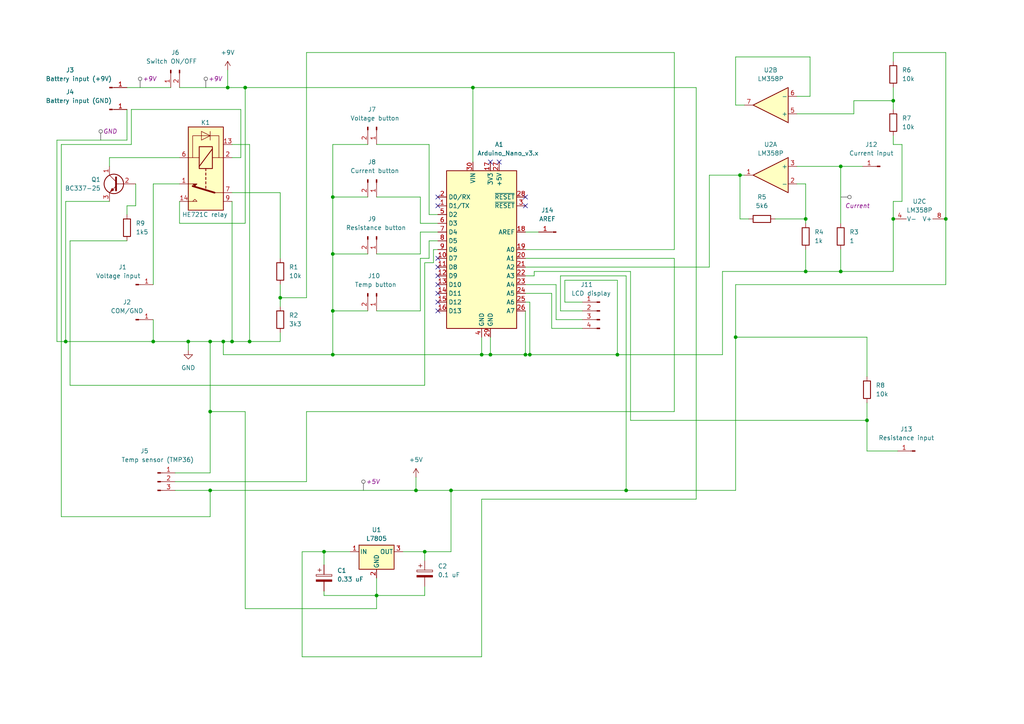
<source format=kicad_sch>
(kicad_sch
	(version 20231120)
	(generator "eeschema")
	(generator_version "8.0")
	(uuid "68a10518-746e-487e-b083-86c978fdfeae")
	(paper "A4")
	(title_block
		(title "Multimeter semester project, BSc-Group 1")
		(date "2023-11-06")
		(rev "1.0")
		(company "Designer name: László Balázs Orbán")
	)
	(lib_symbols
		(symbol "Amplifier_Operational:LM358"
			(pin_names
				(offset 0.127)
			)
			(exclude_from_sim no)
			(in_bom yes)
			(on_board yes)
			(property "Reference" "U"
				(at 0 5.08 0)
				(effects
					(font
						(size 1.27 1.27)
					)
					(justify left)
				)
			)
			(property "Value" "LM358"
				(at 0 -5.08 0)
				(effects
					(font
						(size 1.27 1.27)
					)
					(justify left)
				)
			)
			(property "Footprint" ""
				(at 0 0 0)
				(effects
					(font
						(size 1.27 1.27)
					)
					(hide yes)
				)
			)
			(property "Datasheet" "http://www.ti.com/lit/ds/symlink/lm2904-n.pdf"
				(at 0 0 0)
				(effects
					(font
						(size 1.27 1.27)
					)
					(hide yes)
				)
			)
			(property "Description" "Low-Power, Dual Operational Amplifiers, DIP-8/SOIC-8/TO-99-8"
				(at 0 0 0)
				(effects
					(font
						(size 1.27 1.27)
					)
					(hide yes)
				)
			)
			(property "ki_locked" ""
				(at 0 0 0)
				(effects
					(font
						(size 1.27 1.27)
					)
				)
			)
			(property "ki_keywords" "dual opamp"
				(at 0 0 0)
				(effects
					(font
						(size 1.27 1.27)
					)
					(hide yes)
				)
			)
			(property "ki_fp_filters" "SOIC*3.9x4.9mm*P1.27mm* DIP*W7.62mm* TO*99* OnSemi*Micro8* TSSOP*3x3mm*P0.65mm* TSSOP*4.4x3mm*P0.65mm* MSOP*3x3mm*P0.65mm* SSOP*3.9x4.9mm*P0.635mm* LFCSP*2x2mm*P0.5mm* *SIP* SOIC*5.3x6.2mm*P1.27mm*"
				(at 0 0 0)
				(effects
					(font
						(size 1.27 1.27)
					)
					(hide yes)
				)
			)
			(symbol "LM358_1_1"
				(polyline
					(pts
						(xy -5.08 5.08) (xy 5.08 0) (xy -5.08 -5.08) (xy -5.08 5.08)
					)
					(stroke
						(width 0.254)
						(type default)
					)
					(fill
						(type background)
					)
				)
				(pin output line
					(at 7.62 0 180)
					(length 2.54)
					(name "~"
						(effects
							(font
								(size 1.27 1.27)
							)
						)
					)
					(number "1"
						(effects
							(font
								(size 1.27 1.27)
							)
						)
					)
				)
				(pin input line
					(at -7.62 -2.54 0)
					(length 2.54)
					(name "-"
						(effects
							(font
								(size 1.27 1.27)
							)
						)
					)
					(number "2"
						(effects
							(font
								(size 1.27 1.27)
							)
						)
					)
				)
				(pin input line
					(at -7.62 2.54 0)
					(length 2.54)
					(name "+"
						(effects
							(font
								(size 1.27 1.27)
							)
						)
					)
					(number "3"
						(effects
							(font
								(size 1.27 1.27)
							)
						)
					)
				)
			)
			(symbol "LM358_2_1"
				(polyline
					(pts
						(xy -5.08 5.08) (xy 5.08 0) (xy -5.08 -5.08) (xy -5.08 5.08)
					)
					(stroke
						(width 0.254)
						(type default)
					)
					(fill
						(type background)
					)
				)
				(pin input line
					(at -7.62 2.54 0)
					(length 2.54)
					(name "+"
						(effects
							(font
								(size 1.27 1.27)
							)
						)
					)
					(number "5"
						(effects
							(font
								(size 1.27 1.27)
							)
						)
					)
				)
				(pin input line
					(at -7.62 -2.54 0)
					(length 2.54)
					(name "-"
						(effects
							(font
								(size 1.27 1.27)
							)
						)
					)
					(number "6"
						(effects
							(font
								(size 1.27 1.27)
							)
						)
					)
				)
				(pin output line
					(at 7.62 0 180)
					(length 2.54)
					(name "~"
						(effects
							(font
								(size 1.27 1.27)
							)
						)
					)
					(number "7"
						(effects
							(font
								(size 1.27 1.27)
							)
						)
					)
				)
			)
			(symbol "LM358_3_1"
				(pin power_in line
					(at -2.54 -7.62 90)
					(length 3.81)
					(name "V-"
						(effects
							(font
								(size 1.27 1.27)
							)
						)
					)
					(number "4"
						(effects
							(font
								(size 1.27 1.27)
							)
						)
					)
				)
				(pin power_in line
					(at -2.54 7.62 270)
					(length 3.81)
					(name "V+"
						(effects
							(font
								(size 1.27 1.27)
							)
						)
					)
					(number "8"
						(effects
							(font
								(size 1.27 1.27)
							)
						)
					)
				)
			)
		)
		(symbol "Connector:Conn_01x01_Pin"
			(pin_names
				(offset 1.016) hide)
			(exclude_from_sim no)
			(in_bom yes)
			(on_board yes)
			(property "Reference" "J"
				(at 0 2.54 0)
				(effects
					(font
						(size 1.27 1.27)
					)
				)
			)
			(property "Value" "Conn_01x01_Pin"
				(at 0 -2.54 0)
				(effects
					(font
						(size 1.27 1.27)
					)
				)
			)
			(property "Footprint" ""
				(at 0 0 0)
				(effects
					(font
						(size 1.27 1.27)
					)
					(hide yes)
				)
			)
			(property "Datasheet" "~"
				(at 0 0 0)
				(effects
					(font
						(size 1.27 1.27)
					)
					(hide yes)
				)
			)
			(property "Description" "Generic connector, single row, 01x01, script generated"
				(at 0 0 0)
				(effects
					(font
						(size 1.27 1.27)
					)
					(hide yes)
				)
			)
			(property "ki_locked" ""
				(at 0 0 0)
				(effects
					(font
						(size 1.27 1.27)
					)
				)
			)
			(property "ki_keywords" "connector"
				(at 0 0 0)
				(effects
					(font
						(size 1.27 1.27)
					)
					(hide yes)
				)
			)
			(property "ki_fp_filters" "Connector*:*_1x??_*"
				(at 0 0 0)
				(effects
					(font
						(size 1.27 1.27)
					)
					(hide yes)
				)
			)
			(symbol "Conn_01x01_Pin_1_1"
				(polyline
					(pts
						(xy 1.27 0) (xy 0.8636 0)
					)
					(stroke
						(width 0.1524)
						(type default)
					)
					(fill
						(type none)
					)
				)
				(rectangle
					(start 0.8636 0.127)
					(end 0 -0.127)
					(stroke
						(width 0.1524)
						(type default)
					)
					(fill
						(type outline)
					)
				)
				(pin passive line
					(at 5.08 0 180)
					(length 3.81)
					(name "Pin_1"
						(effects
							(font
								(size 1.27 1.27)
							)
						)
					)
					(number "1"
						(effects
							(font
								(size 1.27 1.27)
							)
						)
					)
				)
			)
		)
		(symbol "Connector:Conn_01x02_Pin"
			(pin_names
				(offset 1.016) hide)
			(exclude_from_sim no)
			(in_bom yes)
			(on_board yes)
			(property "Reference" "J"
				(at 0 2.54 0)
				(effects
					(font
						(size 1.27 1.27)
					)
				)
			)
			(property "Value" "Conn_01x02_Pin"
				(at 0 -5.08 0)
				(effects
					(font
						(size 1.27 1.27)
					)
				)
			)
			(property "Footprint" ""
				(at 0 0 0)
				(effects
					(font
						(size 1.27 1.27)
					)
					(hide yes)
				)
			)
			(property "Datasheet" "~"
				(at 0 0 0)
				(effects
					(font
						(size 1.27 1.27)
					)
					(hide yes)
				)
			)
			(property "Description" "Generic connector, single row, 01x02, script generated"
				(at 0 0 0)
				(effects
					(font
						(size 1.27 1.27)
					)
					(hide yes)
				)
			)
			(property "ki_locked" ""
				(at 0 0 0)
				(effects
					(font
						(size 1.27 1.27)
					)
				)
			)
			(property "ki_keywords" "connector"
				(at 0 0 0)
				(effects
					(font
						(size 1.27 1.27)
					)
					(hide yes)
				)
			)
			(property "ki_fp_filters" "Connector*:*_1x??_*"
				(at 0 0 0)
				(effects
					(font
						(size 1.27 1.27)
					)
					(hide yes)
				)
			)
			(symbol "Conn_01x02_Pin_1_1"
				(polyline
					(pts
						(xy 1.27 -2.54) (xy 0.8636 -2.54)
					)
					(stroke
						(width 0.1524)
						(type default)
					)
					(fill
						(type none)
					)
				)
				(polyline
					(pts
						(xy 1.27 0) (xy 0.8636 0)
					)
					(stroke
						(width 0.1524)
						(type default)
					)
					(fill
						(type none)
					)
				)
				(rectangle
					(start 0.8636 -2.413)
					(end 0 -2.667)
					(stroke
						(width 0.1524)
						(type default)
					)
					(fill
						(type outline)
					)
				)
				(rectangle
					(start 0.8636 0.127)
					(end 0 -0.127)
					(stroke
						(width 0.1524)
						(type default)
					)
					(fill
						(type outline)
					)
				)
				(pin passive line
					(at 5.08 0 180)
					(length 3.81)
					(name "Pin_1"
						(effects
							(font
								(size 1.27 1.27)
							)
						)
					)
					(number "1"
						(effects
							(font
								(size 1.27 1.27)
							)
						)
					)
				)
				(pin passive line
					(at 5.08 -2.54 180)
					(length 3.81)
					(name "Pin_2"
						(effects
							(font
								(size 1.27 1.27)
							)
						)
					)
					(number "2"
						(effects
							(font
								(size 1.27 1.27)
							)
						)
					)
				)
			)
		)
		(symbol "Connector:Conn_01x03_Pin"
			(pin_names
				(offset 1.016) hide)
			(exclude_from_sim no)
			(in_bom yes)
			(on_board yes)
			(property "Reference" "J"
				(at 0 5.08 0)
				(effects
					(font
						(size 1.27 1.27)
					)
				)
			)
			(property "Value" "Conn_01x03_Pin"
				(at 0 -5.08 0)
				(effects
					(font
						(size 1.27 1.27)
					)
				)
			)
			(property "Footprint" ""
				(at 0 0 0)
				(effects
					(font
						(size 1.27 1.27)
					)
					(hide yes)
				)
			)
			(property "Datasheet" "~"
				(at 0 0 0)
				(effects
					(font
						(size 1.27 1.27)
					)
					(hide yes)
				)
			)
			(property "Description" "Generic connector, single row, 01x03, script generated"
				(at 0 0 0)
				(effects
					(font
						(size 1.27 1.27)
					)
					(hide yes)
				)
			)
			(property "ki_locked" ""
				(at 0 0 0)
				(effects
					(font
						(size 1.27 1.27)
					)
				)
			)
			(property "ki_keywords" "connector"
				(at 0 0 0)
				(effects
					(font
						(size 1.27 1.27)
					)
					(hide yes)
				)
			)
			(property "ki_fp_filters" "Connector*:*_1x??_*"
				(at 0 0 0)
				(effects
					(font
						(size 1.27 1.27)
					)
					(hide yes)
				)
			)
			(symbol "Conn_01x03_Pin_1_1"
				(polyline
					(pts
						(xy 1.27 -2.54) (xy 0.8636 -2.54)
					)
					(stroke
						(width 0.1524)
						(type default)
					)
					(fill
						(type none)
					)
				)
				(polyline
					(pts
						(xy 1.27 0) (xy 0.8636 0)
					)
					(stroke
						(width 0.1524)
						(type default)
					)
					(fill
						(type none)
					)
				)
				(polyline
					(pts
						(xy 1.27 2.54) (xy 0.8636 2.54)
					)
					(stroke
						(width 0.1524)
						(type default)
					)
					(fill
						(type none)
					)
				)
				(rectangle
					(start 0.8636 -2.413)
					(end 0 -2.667)
					(stroke
						(width 0.1524)
						(type default)
					)
					(fill
						(type outline)
					)
				)
				(rectangle
					(start 0.8636 0.127)
					(end 0 -0.127)
					(stroke
						(width 0.1524)
						(type default)
					)
					(fill
						(type outline)
					)
				)
				(rectangle
					(start 0.8636 2.667)
					(end 0 2.413)
					(stroke
						(width 0.1524)
						(type default)
					)
					(fill
						(type outline)
					)
				)
				(pin passive line
					(at 5.08 2.54 180)
					(length 3.81)
					(name "Pin_1"
						(effects
							(font
								(size 1.27 1.27)
							)
						)
					)
					(number "1"
						(effects
							(font
								(size 1.27 1.27)
							)
						)
					)
				)
				(pin passive line
					(at 5.08 0 180)
					(length 3.81)
					(name "Pin_2"
						(effects
							(font
								(size 1.27 1.27)
							)
						)
					)
					(number "2"
						(effects
							(font
								(size 1.27 1.27)
							)
						)
					)
				)
				(pin passive line
					(at 5.08 -2.54 180)
					(length 3.81)
					(name "Pin_3"
						(effects
							(font
								(size 1.27 1.27)
							)
						)
					)
					(number "3"
						(effects
							(font
								(size 1.27 1.27)
							)
						)
					)
				)
			)
		)
		(symbol "Connector:Conn_01x04_Pin"
			(pin_names
				(offset 1.016) hide)
			(exclude_from_sim no)
			(in_bom yes)
			(on_board yes)
			(property "Reference" "J"
				(at 0 5.08 0)
				(effects
					(font
						(size 1.27 1.27)
					)
				)
			)
			(property "Value" "Conn_01x04_Pin"
				(at 0 -7.62 0)
				(effects
					(font
						(size 1.27 1.27)
					)
				)
			)
			(property "Footprint" ""
				(at 0 0 0)
				(effects
					(font
						(size 1.27 1.27)
					)
					(hide yes)
				)
			)
			(property "Datasheet" "~"
				(at 0 0 0)
				(effects
					(font
						(size 1.27 1.27)
					)
					(hide yes)
				)
			)
			(property "Description" "Generic connector, single row, 01x04, script generated"
				(at 0 0 0)
				(effects
					(font
						(size 1.27 1.27)
					)
					(hide yes)
				)
			)
			(property "ki_locked" ""
				(at 0 0 0)
				(effects
					(font
						(size 1.27 1.27)
					)
				)
			)
			(property "ki_keywords" "connector"
				(at 0 0 0)
				(effects
					(font
						(size 1.27 1.27)
					)
					(hide yes)
				)
			)
			(property "ki_fp_filters" "Connector*:*_1x??_*"
				(at 0 0 0)
				(effects
					(font
						(size 1.27 1.27)
					)
					(hide yes)
				)
			)
			(symbol "Conn_01x04_Pin_1_1"
				(polyline
					(pts
						(xy 1.27 -5.08) (xy 0.8636 -5.08)
					)
					(stroke
						(width 0.1524)
						(type default)
					)
					(fill
						(type none)
					)
				)
				(polyline
					(pts
						(xy 1.27 -2.54) (xy 0.8636 -2.54)
					)
					(stroke
						(width 0.1524)
						(type default)
					)
					(fill
						(type none)
					)
				)
				(polyline
					(pts
						(xy 1.27 0) (xy 0.8636 0)
					)
					(stroke
						(width 0.1524)
						(type default)
					)
					(fill
						(type none)
					)
				)
				(polyline
					(pts
						(xy 1.27 2.54) (xy 0.8636 2.54)
					)
					(stroke
						(width 0.1524)
						(type default)
					)
					(fill
						(type none)
					)
				)
				(rectangle
					(start 0.8636 -4.953)
					(end 0 -5.207)
					(stroke
						(width 0.1524)
						(type default)
					)
					(fill
						(type outline)
					)
				)
				(rectangle
					(start 0.8636 -2.413)
					(end 0 -2.667)
					(stroke
						(width 0.1524)
						(type default)
					)
					(fill
						(type outline)
					)
				)
				(rectangle
					(start 0.8636 0.127)
					(end 0 -0.127)
					(stroke
						(width 0.1524)
						(type default)
					)
					(fill
						(type outline)
					)
				)
				(rectangle
					(start 0.8636 2.667)
					(end 0 2.413)
					(stroke
						(width 0.1524)
						(type default)
					)
					(fill
						(type outline)
					)
				)
				(pin passive line
					(at 5.08 2.54 180)
					(length 3.81)
					(name "Pin_1"
						(effects
							(font
								(size 1.27 1.27)
							)
						)
					)
					(number "1"
						(effects
							(font
								(size 1.27 1.27)
							)
						)
					)
				)
				(pin passive line
					(at 5.08 0 180)
					(length 3.81)
					(name "Pin_2"
						(effects
							(font
								(size 1.27 1.27)
							)
						)
					)
					(number "2"
						(effects
							(font
								(size 1.27 1.27)
							)
						)
					)
				)
				(pin passive line
					(at 5.08 -2.54 180)
					(length 3.81)
					(name "Pin_3"
						(effects
							(font
								(size 1.27 1.27)
							)
						)
					)
					(number "3"
						(effects
							(font
								(size 1.27 1.27)
							)
						)
					)
				)
				(pin passive line
					(at 5.08 -5.08 180)
					(length 3.81)
					(name "Pin_4"
						(effects
							(font
								(size 1.27 1.27)
							)
						)
					)
					(number "4"
						(effects
							(font
								(size 1.27 1.27)
							)
						)
					)
				)
			)
		)
		(symbol "Device:C_Polarized"
			(pin_numbers hide)
			(pin_names
				(offset 0.254)
			)
			(exclude_from_sim no)
			(in_bom yes)
			(on_board yes)
			(property "Reference" "C"
				(at 0.635 2.54 0)
				(effects
					(font
						(size 1.27 1.27)
					)
					(justify left)
				)
			)
			(property "Value" "C_Polarized"
				(at 0.635 -2.54 0)
				(effects
					(font
						(size 1.27 1.27)
					)
					(justify left)
				)
			)
			(property "Footprint" ""
				(at 0.9652 -3.81 0)
				(effects
					(font
						(size 1.27 1.27)
					)
					(hide yes)
				)
			)
			(property "Datasheet" "~"
				(at 0 0 0)
				(effects
					(font
						(size 1.27 1.27)
					)
					(hide yes)
				)
			)
			(property "Description" "Polarized capacitor"
				(at 0 0 0)
				(effects
					(font
						(size 1.27 1.27)
					)
					(hide yes)
				)
			)
			(property "ki_keywords" "cap capacitor"
				(at 0 0 0)
				(effects
					(font
						(size 1.27 1.27)
					)
					(hide yes)
				)
			)
			(property "ki_fp_filters" "CP_*"
				(at 0 0 0)
				(effects
					(font
						(size 1.27 1.27)
					)
					(hide yes)
				)
			)
			(symbol "C_Polarized_0_1"
				(rectangle
					(start -2.286 0.508)
					(end 2.286 1.016)
					(stroke
						(width 0)
						(type default)
					)
					(fill
						(type none)
					)
				)
				(polyline
					(pts
						(xy -1.778 2.286) (xy -0.762 2.286)
					)
					(stroke
						(width 0)
						(type default)
					)
					(fill
						(type none)
					)
				)
				(polyline
					(pts
						(xy -1.27 2.794) (xy -1.27 1.778)
					)
					(stroke
						(width 0)
						(type default)
					)
					(fill
						(type none)
					)
				)
				(rectangle
					(start 2.286 -0.508)
					(end -2.286 -1.016)
					(stroke
						(width 0)
						(type default)
					)
					(fill
						(type outline)
					)
				)
			)
			(symbol "C_Polarized_1_1"
				(pin passive line
					(at 0 3.81 270)
					(length 2.794)
					(name "~"
						(effects
							(font
								(size 1.27 1.27)
							)
						)
					)
					(number "1"
						(effects
							(font
								(size 1.27 1.27)
							)
						)
					)
				)
				(pin passive line
					(at 0 -3.81 90)
					(length 2.794)
					(name "~"
						(effects
							(font
								(size 1.27 1.27)
							)
						)
					)
					(number "2"
						(effects
							(font
								(size 1.27 1.27)
							)
						)
					)
				)
			)
		)
		(symbol "Device:R"
			(pin_numbers hide)
			(pin_names
				(offset 0)
			)
			(exclude_from_sim no)
			(in_bom yes)
			(on_board yes)
			(property "Reference" "R"
				(at 2.032 0 90)
				(effects
					(font
						(size 1.27 1.27)
					)
				)
			)
			(property "Value" "R"
				(at 0 0 90)
				(effects
					(font
						(size 1.27 1.27)
					)
				)
			)
			(property "Footprint" ""
				(at -1.778 0 90)
				(effects
					(font
						(size 1.27 1.27)
					)
					(hide yes)
				)
			)
			(property "Datasheet" "~"
				(at 0 0 0)
				(effects
					(font
						(size 1.27 1.27)
					)
					(hide yes)
				)
			)
			(property "Description" "Resistor"
				(at 0 0 0)
				(effects
					(font
						(size 1.27 1.27)
					)
					(hide yes)
				)
			)
			(property "ki_keywords" "R res resistor"
				(at 0 0 0)
				(effects
					(font
						(size 1.27 1.27)
					)
					(hide yes)
				)
			)
			(property "ki_fp_filters" "R_*"
				(at 0 0 0)
				(effects
					(font
						(size 1.27 1.27)
					)
					(hide yes)
				)
			)
			(symbol "R_0_1"
				(rectangle
					(start -1.016 -2.54)
					(end 1.016 2.54)
					(stroke
						(width 0.254)
						(type default)
					)
					(fill
						(type none)
					)
				)
			)
			(symbol "R_1_1"
				(pin passive line
					(at 0 3.81 270)
					(length 1.27)
					(name "~"
						(effects
							(font
								(size 1.27 1.27)
							)
						)
					)
					(number "1"
						(effects
							(font
								(size 1.27 1.27)
							)
						)
					)
				)
				(pin passive line
					(at 0 -3.81 90)
					(length 1.27)
					(name "~"
						(effects
							(font
								(size 1.27 1.27)
							)
						)
					)
					(number "2"
						(effects
							(font
								(size 1.27 1.27)
							)
						)
					)
				)
			)
		)
		(symbol "MCU_Module:Arduino_Nano_v3.x"
			(exclude_from_sim no)
			(in_bom yes)
			(on_board yes)
			(property "Reference" "A"
				(at -10.16 23.495 0)
				(effects
					(font
						(size 1.27 1.27)
					)
					(justify left bottom)
				)
			)
			(property "Value" "Arduino_Nano_v3.x"
				(at 5.08 -24.13 0)
				(effects
					(font
						(size 1.27 1.27)
					)
					(justify left top)
				)
			)
			(property "Footprint" "Module:Arduino_Nano"
				(at 0 0 0)
				(effects
					(font
						(size 1.27 1.27)
						(italic yes)
					)
					(hide yes)
				)
			)
			(property "Datasheet" "http://www.mouser.com/pdfdocs/Gravitech_Arduino_Nano3_0.pdf"
				(at 0 0 0)
				(effects
					(font
						(size 1.27 1.27)
					)
					(hide yes)
				)
			)
			(property "Description" "Arduino Nano v3.x"
				(at 0 0 0)
				(effects
					(font
						(size 1.27 1.27)
					)
					(hide yes)
				)
			)
			(property "ki_keywords" "Arduino nano microcontroller module USB"
				(at 0 0 0)
				(effects
					(font
						(size 1.27 1.27)
					)
					(hide yes)
				)
			)
			(property "ki_fp_filters" "Arduino*Nano*"
				(at 0 0 0)
				(effects
					(font
						(size 1.27 1.27)
					)
					(hide yes)
				)
			)
			(symbol "Arduino_Nano_v3.x_0_1"
				(rectangle
					(start -10.16 22.86)
					(end 10.16 -22.86)
					(stroke
						(width 0.254)
						(type default)
					)
					(fill
						(type background)
					)
				)
			)
			(symbol "Arduino_Nano_v3.x_1_1"
				(pin bidirectional line
					(at -12.7 12.7 0)
					(length 2.54)
					(name "D1/TX"
						(effects
							(font
								(size 1.27 1.27)
							)
						)
					)
					(number "1"
						(effects
							(font
								(size 1.27 1.27)
							)
						)
					)
				)
				(pin bidirectional line
					(at -12.7 -2.54 0)
					(length 2.54)
					(name "D7"
						(effects
							(font
								(size 1.27 1.27)
							)
						)
					)
					(number "10"
						(effects
							(font
								(size 1.27 1.27)
							)
						)
					)
				)
				(pin bidirectional line
					(at -12.7 -5.08 0)
					(length 2.54)
					(name "D8"
						(effects
							(font
								(size 1.27 1.27)
							)
						)
					)
					(number "11"
						(effects
							(font
								(size 1.27 1.27)
							)
						)
					)
				)
				(pin bidirectional line
					(at -12.7 -7.62 0)
					(length 2.54)
					(name "D9"
						(effects
							(font
								(size 1.27 1.27)
							)
						)
					)
					(number "12"
						(effects
							(font
								(size 1.27 1.27)
							)
						)
					)
				)
				(pin bidirectional line
					(at -12.7 -10.16 0)
					(length 2.54)
					(name "D10"
						(effects
							(font
								(size 1.27 1.27)
							)
						)
					)
					(number "13"
						(effects
							(font
								(size 1.27 1.27)
							)
						)
					)
				)
				(pin bidirectional line
					(at -12.7 -12.7 0)
					(length 2.54)
					(name "D11"
						(effects
							(font
								(size 1.27 1.27)
							)
						)
					)
					(number "14"
						(effects
							(font
								(size 1.27 1.27)
							)
						)
					)
				)
				(pin bidirectional line
					(at -12.7 -15.24 0)
					(length 2.54)
					(name "D12"
						(effects
							(font
								(size 1.27 1.27)
							)
						)
					)
					(number "15"
						(effects
							(font
								(size 1.27 1.27)
							)
						)
					)
				)
				(pin bidirectional line
					(at -12.7 -17.78 0)
					(length 2.54)
					(name "D13"
						(effects
							(font
								(size 1.27 1.27)
							)
						)
					)
					(number "16"
						(effects
							(font
								(size 1.27 1.27)
							)
						)
					)
				)
				(pin power_out line
					(at 2.54 25.4 270)
					(length 2.54)
					(name "3V3"
						(effects
							(font
								(size 1.27 1.27)
							)
						)
					)
					(number "17"
						(effects
							(font
								(size 1.27 1.27)
							)
						)
					)
				)
				(pin input line
					(at 12.7 5.08 180)
					(length 2.54)
					(name "AREF"
						(effects
							(font
								(size 1.27 1.27)
							)
						)
					)
					(number "18"
						(effects
							(font
								(size 1.27 1.27)
							)
						)
					)
				)
				(pin bidirectional line
					(at 12.7 0 180)
					(length 2.54)
					(name "A0"
						(effects
							(font
								(size 1.27 1.27)
							)
						)
					)
					(number "19"
						(effects
							(font
								(size 1.27 1.27)
							)
						)
					)
				)
				(pin bidirectional line
					(at -12.7 15.24 0)
					(length 2.54)
					(name "D0/RX"
						(effects
							(font
								(size 1.27 1.27)
							)
						)
					)
					(number "2"
						(effects
							(font
								(size 1.27 1.27)
							)
						)
					)
				)
				(pin bidirectional line
					(at 12.7 -2.54 180)
					(length 2.54)
					(name "A1"
						(effects
							(font
								(size 1.27 1.27)
							)
						)
					)
					(number "20"
						(effects
							(font
								(size 1.27 1.27)
							)
						)
					)
				)
				(pin bidirectional line
					(at 12.7 -5.08 180)
					(length 2.54)
					(name "A2"
						(effects
							(font
								(size 1.27 1.27)
							)
						)
					)
					(number "21"
						(effects
							(font
								(size 1.27 1.27)
							)
						)
					)
				)
				(pin bidirectional line
					(at 12.7 -7.62 180)
					(length 2.54)
					(name "A3"
						(effects
							(font
								(size 1.27 1.27)
							)
						)
					)
					(number "22"
						(effects
							(font
								(size 1.27 1.27)
							)
						)
					)
				)
				(pin bidirectional line
					(at 12.7 -10.16 180)
					(length 2.54)
					(name "A4"
						(effects
							(font
								(size 1.27 1.27)
							)
						)
					)
					(number "23"
						(effects
							(font
								(size 1.27 1.27)
							)
						)
					)
				)
				(pin bidirectional line
					(at 12.7 -12.7 180)
					(length 2.54)
					(name "A5"
						(effects
							(font
								(size 1.27 1.27)
							)
						)
					)
					(number "24"
						(effects
							(font
								(size 1.27 1.27)
							)
						)
					)
				)
				(pin bidirectional line
					(at 12.7 -15.24 180)
					(length 2.54)
					(name "A6"
						(effects
							(font
								(size 1.27 1.27)
							)
						)
					)
					(number "25"
						(effects
							(font
								(size 1.27 1.27)
							)
						)
					)
				)
				(pin bidirectional line
					(at 12.7 -17.78 180)
					(length 2.54)
					(name "A7"
						(effects
							(font
								(size 1.27 1.27)
							)
						)
					)
					(number "26"
						(effects
							(font
								(size 1.27 1.27)
							)
						)
					)
				)
				(pin power_out line
					(at 5.08 25.4 270)
					(length 2.54)
					(name "+5V"
						(effects
							(font
								(size 1.27 1.27)
							)
						)
					)
					(number "27"
						(effects
							(font
								(size 1.27 1.27)
							)
						)
					)
				)
				(pin input line
					(at 12.7 15.24 180)
					(length 2.54)
					(name "~{RESET}"
						(effects
							(font
								(size 1.27 1.27)
							)
						)
					)
					(number "28"
						(effects
							(font
								(size 1.27 1.27)
							)
						)
					)
				)
				(pin power_in line
					(at 2.54 -25.4 90)
					(length 2.54)
					(name "GND"
						(effects
							(font
								(size 1.27 1.27)
							)
						)
					)
					(number "29"
						(effects
							(font
								(size 1.27 1.27)
							)
						)
					)
				)
				(pin input line
					(at 12.7 12.7 180)
					(length 2.54)
					(name "~{RESET}"
						(effects
							(font
								(size 1.27 1.27)
							)
						)
					)
					(number "3"
						(effects
							(font
								(size 1.27 1.27)
							)
						)
					)
				)
				(pin power_in line
					(at -2.54 25.4 270)
					(length 2.54)
					(name "VIN"
						(effects
							(font
								(size 1.27 1.27)
							)
						)
					)
					(number "30"
						(effects
							(font
								(size 1.27 1.27)
							)
						)
					)
				)
				(pin power_in line
					(at 0 -25.4 90)
					(length 2.54)
					(name "GND"
						(effects
							(font
								(size 1.27 1.27)
							)
						)
					)
					(number "4"
						(effects
							(font
								(size 1.27 1.27)
							)
						)
					)
				)
				(pin bidirectional line
					(at -12.7 10.16 0)
					(length 2.54)
					(name "D2"
						(effects
							(font
								(size 1.27 1.27)
							)
						)
					)
					(number "5"
						(effects
							(font
								(size 1.27 1.27)
							)
						)
					)
				)
				(pin bidirectional line
					(at -12.7 7.62 0)
					(length 2.54)
					(name "D3"
						(effects
							(font
								(size 1.27 1.27)
							)
						)
					)
					(number "6"
						(effects
							(font
								(size 1.27 1.27)
							)
						)
					)
				)
				(pin bidirectional line
					(at -12.7 5.08 0)
					(length 2.54)
					(name "D4"
						(effects
							(font
								(size 1.27 1.27)
							)
						)
					)
					(number "7"
						(effects
							(font
								(size 1.27 1.27)
							)
						)
					)
				)
				(pin bidirectional line
					(at -12.7 2.54 0)
					(length 2.54)
					(name "D5"
						(effects
							(font
								(size 1.27 1.27)
							)
						)
					)
					(number "8"
						(effects
							(font
								(size 1.27 1.27)
							)
						)
					)
				)
				(pin bidirectional line
					(at -12.7 0 0)
					(length 2.54)
					(name "D6"
						(effects
							(font
								(size 1.27 1.27)
							)
						)
					)
					(number "9"
						(effects
							(font
								(size 1.27 1.27)
							)
						)
					)
				)
			)
		)
		(symbol "Privat:HE721C relay"
			(exclude_from_sim no)
			(in_bom yes)
			(on_board yes)
			(property "Reference" "K"
				(at 17.78 10.16 0)
				(effects
					(font
						(size 1.27 1.27)
					)
					(justify left)
				)
			)
			(property "Value" "HE721C relay"
				(at 17.78 7.62 0)
				(effects
					(font
						(size 1.27 1.27)
					)
					(justify left)
				)
			)
			(property "Footprint" "Privat:HE700"
				(at 17.78 5.08 0)
				(effects
					(font
						(size 1.27 1.27)
					)
					(justify left)
					(hide yes)
				)
			)
			(property "Datasheet" ""
				(at 6.35 6.35 0)
				(effects
					(font
						(size 1.27 1.27)
					)
					(hide yes)
				)
			)
			(property "Description" ""
				(at 0 0 0)
				(effects
					(font
						(size 1.27 1.27)
					)
					(hide yes)
				)
			)
			(property "ki_fp_filters" "Relay*StandexMeder*DIP*LowProfile*"
				(at 0 0 0)
				(effects
					(font
						(size 1.27 1.27)
					)
					(hide yes)
				)
			)
			(symbol "HE721C relay_0_0"
				(polyline
					(pts
						(xy 8.89 11.43) (xy 8.89 8.89) (xy 9.525 9.525) (xy 8.89 10.16)
					)
					(stroke
						(width 0)
						(type default)
					)
					(fill
						(type outline)
					)
				)
				(polyline
					(pts
						(xy 13.97 11.43) (xy 13.97 8.89) (xy 13.335 9.525) (xy 13.97 10.16)
					)
					(stroke
						(width 0)
						(type default)
					)
					(fill
						(type none)
					)
				)
			)
			(symbol "HE721C relay_0_1"
				(rectangle
					(start -7.62 11.43)
					(end 16.51 1.27)
					(stroke
						(width 0.254)
						(type default)
					)
					(fill
						(type background)
					)
				)
				(rectangle
					(start -1.905 8.255)
					(end 4.445 4.445)
					(stroke
						(width 0.254)
						(type default)
					)
					(fill
						(type none)
					)
				)
				(polyline
					(pts
						(xy -6.35 5.08) (xy -3.81 5.08)
					)
					(stroke
						(width 0)
						(type default)
					)
					(fill
						(type none)
					)
				)
				(polyline
					(pts
						(xy -1.27 4.445) (xy 3.81 8.255)
					)
					(stroke
						(width 0.254)
						(type default)
					)
					(fill
						(type none)
					)
				)
				(polyline
					(pts
						(xy 1.27 1.27) (xy 1.27 4.445)
					)
					(stroke
						(width 0)
						(type default)
					)
					(fill
						(type none)
					)
				)
				(polyline
					(pts
						(xy 1.27 11.43) (xy 1.27 8.255)
					)
					(stroke
						(width 0)
						(type default)
					)
					(fill
						(type none)
					)
				)
				(polyline
					(pts
						(xy 4.445 6.35) (xy 5.08 6.35)
					)
					(stroke
						(width 0.254)
						(type default)
					)
					(fill
						(type none)
					)
				)
				(polyline
					(pts
						(xy 5.715 6.35) (xy 6.35 6.35)
					)
					(stroke
						(width 0.254)
						(type default)
					)
					(fill
						(type none)
					)
				)
				(polyline
					(pts
						(xy 6.985 6.35) (xy 7.62 6.35)
					)
					(stroke
						(width 0.254)
						(type default)
					)
					(fill
						(type none)
					)
				)
				(polyline
					(pts
						(xy 8.255 6.35) (xy 8.89 6.35)
					)
					(stroke
						(width 0.254)
						(type default)
					)
					(fill
						(type none)
					)
				)
				(polyline
					(pts
						(xy 9.525 6.35) (xy 10.16 6.35)
					)
					(stroke
						(width 0.254)
						(type default)
					)
					(fill
						(type none)
					)
				)
				(polyline
					(pts
						(xy 11.43 3.81) (xy 9.525 10.16)
					)
					(stroke
						(width 0.508)
						(type default)
					)
					(fill
						(type none)
					)
				)
				(polyline
					(pts
						(xy 11.43 3.81) (xy 11.43 1.27)
					)
					(stroke
						(width 0)
						(type default)
					)
					(fill
						(type none)
					)
				)
				(polyline
					(pts
						(xy -6.35 7.62) (xy -5.08 5.08) (xy -3.81 7.62) (xy -6.35 7.62)
					)
					(stroke
						(width 0)
						(type default)
					)
					(fill
						(type none)
					)
				)
				(polyline
					(pts
						(xy 1.27 10.16) (xy -5.08 10.16) (xy -5.08 7.62) (xy -5.08 2.54) (xy 1.27 2.54)
					)
					(stroke
						(width 0)
						(type default)
					)
					(fill
						(type none)
					)
				)
			)
			(symbol "HE721C relay_1_1"
				(pin passive line
					(at 8.89 13.97 270)
					(length 2.54)
					(name "~"
						(effects
							(font
								(size 1.27 1.27)
							)
						)
					)
					(number "1"
						(effects
							(font
								(size 1.27 1.27)
							)
						)
					)
				)
				(pin passive line
					(at -2.54 -1.27 90)
					(length 2.54)
					(name ""
						(effects
							(font
								(size 1.27 1.27)
							)
						)
					)
					(number "13"
						(effects
							(font
								(size 1.27 1.27)
							)
						)
					)
				)
				(pin passive line
					(at 13.97 13.97 270)
					(length 2.54)
					(name "~"
						(effects
							(font
								(size 1.27 1.27)
							)
						)
					)
					(number "14"
						(effects
							(font
								(size 1.27 1.27)
							)
						)
					)
				)
				(pin passive line
					(at 1.27 -1.27 90)
					(length 2.54)
					(name "~"
						(effects
							(font
								(size 1.27 1.27)
							)
						)
					)
					(number "2"
						(effects
							(font
								(size 1.27 1.27)
							)
						)
					)
				)
				(pin passive line
					(at 1.27 13.97 270)
					(length 2.54)
					(name "~"
						(effects
							(font
								(size 1.27 1.27)
							)
						)
					)
					(number "6"
						(effects
							(font
								(size 1.27 1.27)
							)
						)
					)
				)
				(pin passive line
					(at 11.43 -1.27 90)
					(length 2.54)
					(name "~"
						(effects
							(font
								(size 1.27 1.27)
							)
						)
					)
					(number "7"
						(effects
							(font
								(size 1.27 1.27)
							)
						)
					)
				)
				(pin passive line
					(at 11.43 -1.27 90)
					(length 2.54) hide
					(name "~"
						(effects
							(font
								(size 1.27 1.27)
							)
						)
					)
					(number "8"
						(effects
							(font
								(size 1.27 1.27)
							)
						)
					)
				)
				(pin passive line
					(at 13.97 -1.27 90)
					(length 2.54)
					(name ""
						(effects
							(font
								(size 1.27 1.27)
							)
						)
					)
					(number "9"
						(effects
							(font
								(size 1.27 1.27)
							)
						)
					)
				)
			)
		)
		(symbol "Regulator_Linear:L7805"
			(pin_names
				(offset 0.254)
			)
			(exclude_from_sim no)
			(in_bom yes)
			(on_board yes)
			(property "Reference" "U"
				(at -3.81 3.175 0)
				(effects
					(font
						(size 1.27 1.27)
					)
				)
			)
			(property "Value" "L7805"
				(at 0 3.175 0)
				(effects
					(font
						(size 1.27 1.27)
					)
					(justify left)
				)
			)
			(property "Footprint" ""
				(at 0.635 -3.81 0)
				(effects
					(font
						(size 1.27 1.27)
						(italic yes)
					)
					(justify left)
					(hide yes)
				)
			)
			(property "Datasheet" "http://www.st.com/content/ccc/resource/technical/document/datasheet/41/4f/b3/b0/12/d4/47/88/CD00000444.pdf/files/CD00000444.pdf/jcr:content/translations/en.CD00000444.pdf"
				(at 0 -1.27 0)
				(effects
					(font
						(size 1.27 1.27)
					)
					(hide yes)
				)
			)
			(property "Description" "Positive 1.5A 35V Linear Regulator, Fixed Output 5V, TO-220/TO-263/TO-252"
				(at 0 0 0)
				(effects
					(font
						(size 1.27 1.27)
					)
					(hide yes)
				)
			)
			(property "ki_keywords" "Voltage Regulator 1.5A Positive"
				(at 0 0 0)
				(effects
					(font
						(size 1.27 1.27)
					)
					(hide yes)
				)
			)
			(property "ki_fp_filters" "TO?252* TO?263* TO?220*"
				(at 0 0 0)
				(effects
					(font
						(size 1.27 1.27)
					)
					(hide yes)
				)
			)
			(symbol "L7805_0_1"
				(rectangle
					(start -5.08 1.905)
					(end 5.08 -5.08)
					(stroke
						(width 0.254)
						(type default)
					)
					(fill
						(type background)
					)
				)
			)
			(symbol "L7805_1_1"
				(pin power_in line
					(at -7.62 0 0)
					(length 2.54)
					(name "IN"
						(effects
							(font
								(size 1.27 1.27)
							)
						)
					)
					(number "1"
						(effects
							(font
								(size 1.27 1.27)
							)
						)
					)
				)
				(pin power_in line
					(at 0 -7.62 90)
					(length 2.54)
					(name "GND"
						(effects
							(font
								(size 1.27 1.27)
							)
						)
					)
					(number "2"
						(effects
							(font
								(size 1.27 1.27)
							)
						)
					)
				)
				(pin power_out line
					(at 7.62 0 180)
					(length 2.54)
					(name "OUT"
						(effects
							(font
								(size 1.27 1.27)
							)
						)
					)
					(number "3"
						(effects
							(font
								(size 1.27 1.27)
							)
						)
					)
				)
			)
		)
		(symbol "Transistor_BJT:BC337"
			(pin_names
				(offset 0) hide)
			(exclude_from_sim no)
			(in_bom yes)
			(on_board yes)
			(property "Reference" "Q"
				(at 5.08 1.905 0)
				(effects
					(font
						(size 1.27 1.27)
					)
					(justify left)
				)
			)
			(property "Value" "BC337"
				(at 5.08 0 0)
				(effects
					(font
						(size 1.27 1.27)
					)
					(justify left)
				)
			)
			(property "Footprint" "Package_TO_SOT_THT:TO-92_Inline"
				(at 5.08 -1.905 0)
				(effects
					(font
						(size 1.27 1.27)
						(italic yes)
					)
					(justify left)
					(hide yes)
				)
			)
			(property "Datasheet" "https://diotec.com/tl_files/diotec/files/pdf/datasheets/bc337.pdf"
				(at 0 0 0)
				(effects
					(font
						(size 1.27 1.27)
					)
					(justify left)
					(hide yes)
				)
			)
			(property "Description" "0.8A Ic, 45V Vce, NPN Transistor, TO-92"
				(at 0 0 0)
				(effects
					(font
						(size 1.27 1.27)
					)
					(hide yes)
				)
			)
			(property "ki_keywords" "NPN Transistor"
				(at 0 0 0)
				(effects
					(font
						(size 1.27 1.27)
					)
					(hide yes)
				)
			)
			(property "ki_fp_filters" "TO?92*"
				(at 0 0 0)
				(effects
					(font
						(size 1.27 1.27)
					)
					(hide yes)
				)
			)
			(symbol "BC337_0_1"
				(polyline
					(pts
						(xy 0 0) (xy 0.635 0)
					)
					(stroke
						(width 0)
						(type default)
					)
					(fill
						(type none)
					)
				)
				(polyline
					(pts
						(xy 0.635 0.635) (xy 2.54 2.54)
					)
					(stroke
						(width 0)
						(type default)
					)
					(fill
						(type none)
					)
				)
				(polyline
					(pts
						(xy 0.635 -0.635) (xy 2.54 -2.54) (xy 2.54 -2.54)
					)
					(stroke
						(width 0)
						(type default)
					)
					(fill
						(type none)
					)
				)
				(polyline
					(pts
						(xy 0.635 1.905) (xy 0.635 -1.905) (xy 0.635 -1.905)
					)
					(stroke
						(width 0.508)
						(type default)
					)
					(fill
						(type none)
					)
				)
				(polyline
					(pts
						(xy 1.27 -1.778) (xy 1.778 -1.27) (xy 2.286 -2.286) (xy 1.27 -1.778) (xy 1.27 -1.778)
					)
					(stroke
						(width 0)
						(type default)
					)
					(fill
						(type outline)
					)
				)
				(circle
					(center 1.27 0)
					(radius 2.8194)
					(stroke
						(width 0.254)
						(type default)
					)
					(fill
						(type none)
					)
				)
			)
			(symbol "BC337_1_1"
				(pin passive line
					(at 2.54 5.08 270)
					(length 2.54)
					(name "C"
						(effects
							(font
								(size 1.27 1.27)
							)
						)
					)
					(number "1"
						(effects
							(font
								(size 1.27 1.27)
							)
						)
					)
				)
				(pin input line
					(at -5.08 0 0)
					(length 5.08)
					(name "B"
						(effects
							(font
								(size 1.27 1.27)
							)
						)
					)
					(number "2"
						(effects
							(font
								(size 1.27 1.27)
							)
						)
					)
				)
				(pin passive line
					(at 2.54 -5.08 90)
					(length 2.54)
					(name "E"
						(effects
							(font
								(size 1.27 1.27)
							)
						)
					)
					(number "3"
						(effects
							(font
								(size 1.27 1.27)
							)
						)
					)
				)
			)
		)
		(symbol "power:+5V"
			(power)
			(pin_names
				(offset 0)
			)
			(exclude_from_sim no)
			(in_bom yes)
			(on_board yes)
			(property "Reference" "#PWR"
				(at 0 -3.81 0)
				(effects
					(font
						(size 1.27 1.27)
					)
					(hide yes)
				)
			)
			(property "Value" "+5V"
				(at 0 3.556 0)
				(effects
					(font
						(size 1.27 1.27)
					)
				)
			)
			(property "Footprint" ""
				(at 0 0 0)
				(effects
					(font
						(size 1.27 1.27)
					)
					(hide yes)
				)
			)
			(property "Datasheet" ""
				(at 0 0 0)
				(effects
					(font
						(size 1.27 1.27)
					)
					(hide yes)
				)
			)
			(property "Description" "Power symbol creates a global label with name \"+5V\""
				(at 0 0 0)
				(effects
					(font
						(size 1.27 1.27)
					)
					(hide yes)
				)
			)
			(property "ki_keywords" "global power"
				(at 0 0 0)
				(effects
					(font
						(size 1.27 1.27)
					)
					(hide yes)
				)
			)
			(symbol "+5V_0_1"
				(polyline
					(pts
						(xy -0.762 1.27) (xy 0 2.54)
					)
					(stroke
						(width 0)
						(type default)
					)
					(fill
						(type none)
					)
				)
				(polyline
					(pts
						(xy 0 0) (xy 0 2.54)
					)
					(stroke
						(width 0)
						(type default)
					)
					(fill
						(type none)
					)
				)
				(polyline
					(pts
						(xy 0 2.54) (xy 0.762 1.27)
					)
					(stroke
						(width 0)
						(type default)
					)
					(fill
						(type none)
					)
				)
			)
			(symbol "+5V_1_1"
				(pin power_in line
					(at 0 0 90)
					(length 0) hide
					(name "+5V"
						(effects
							(font
								(size 1.27 1.27)
							)
						)
					)
					(number "1"
						(effects
							(font
								(size 1.27 1.27)
							)
						)
					)
				)
			)
		)
		(symbol "power:+9V"
			(power)
			(pin_names
				(offset 0)
			)
			(exclude_from_sim no)
			(in_bom yes)
			(on_board yes)
			(property "Reference" "#PWR"
				(at 0 -3.81 0)
				(effects
					(font
						(size 1.27 1.27)
					)
					(hide yes)
				)
			)
			(property "Value" "+9V"
				(at 0 3.556 0)
				(effects
					(font
						(size 1.27 1.27)
					)
				)
			)
			(property "Footprint" ""
				(at 0 0 0)
				(effects
					(font
						(size 1.27 1.27)
					)
					(hide yes)
				)
			)
			(property "Datasheet" ""
				(at 0 0 0)
				(effects
					(font
						(size 1.27 1.27)
					)
					(hide yes)
				)
			)
			(property "Description" "Power symbol creates a global label with name \"+9V\""
				(at 0 0 0)
				(effects
					(font
						(size 1.27 1.27)
					)
					(hide yes)
				)
			)
			(property "ki_keywords" "global power"
				(at 0 0 0)
				(effects
					(font
						(size 1.27 1.27)
					)
					(hide yes)
				)
			)
			(symbol "+9V_0_1"
				(polyline
					(pts
						(xy -0.762 1.27) (xy 0 2.54)
					)
					(stroke
						(width 0)
						(type default)
					)
					(fill
						(type none)
					)
				)
				(polyline
					(pts
						(xy 0 0) (xy 0 2.54)
					)
					(stroke
						(width 0)
						(type default)
					)
					(fill
						(type none)
					)
				)
				(polyline
					(pts
						(xy 0 2.54) (xy 0.762 1.27)
					)
					(stroke
						(width 0)
						(type default)
					)
					(fill
						(type none)
					)
				)
			)
			(symbol "+9V_1_1"
				(pin power_in line
					(at 0 0 90)
					(length 0) hide
					(name "+9V"
						(effects
							(font
								(size 1.27 1.27)
							)
						)
					)
					(number "1"
						(effects
							(font
								(size 1.27 1.27)
							)
						)
					)
				)
			)
		)
		(symbol "power:GND"
			(power)
			(pin_names
				(offset 0)
			)
			(exclude_from_sim no)
			(in_bom yes)
			(on_board yes)
			(property "Reference" "#PWR"
				(at 0 -6.35 0)
				(effects
					(font
						(size 1.27 1.27)
					)
					(hide yes)
				)
			)
			(property "Value" "GND"
				(at 0 -3.81 0)
				(effects
					(font
						(size 1.27 1.27)
					)
				)
			)
			(property "Footprint" ""
				(at 0 0 0)
				(effects
					(font
						(size 1.27 1.27)
					)
					(hide yes)
				)
			)
			(property "Datasheet" ""
				(at 0 0 0)
				(effects
					(font
						(size 1.27 1.27)
					)
					(hide yes)
				)
			)
			(property "Description" "Power symbol creates a global label with name \"GND\" , ground"
				(at 0 0 0)
				(effects
					(font
						(size 1.27 1.27)
					)
					(hide yes)
				)
			)
			(property "ki_keywords" "global power"
				(at 0 0 0)
				(effects
					(font
						(size 1.27 1.27)
					)
					(hide yes)
				)
			)
			(symbol "GND_0_1"
				(polyline
					(pts
						(xy 0 0) (xy 0 -1.27) (xy 1.27 -1.27) (xy 0 -2.54) (xy -1.27 -1.27) (xy 0 -1.27)
					)
					(stroke
						(width 0)
						(type default)
					)
					(fill
						(type none)
					)
				)
			)
			(symbol "GND_1_1"
				(pin power_in line
					(at 0 0 270)
					(length 0) hide
					(name "GND"
						(effects
							(font
								(size 1.27 1.27)
							)
						)
					)
					(number "1"
						(effects
							(font
								(size 1.27 1.27)
							)
						)
					)
				)
			)
		)
	)
	(junction
		(at 60.96 99.06)
		(diameter 0)
		(color 0 0 0 0)
		(uuid "0485976f-140d-4d43-b838-ccc0088c8db8")
	)
	(junction
		(at 214.63 50.8)
		(diameter 0)
		(color 0 0 0 0)
		(uuid "0545e6fc-97b8-4914-b9f1-a8fa0342bfc0")
	)
	(junction
		(at 96.52 57.15)
		(diameter 0)
		(color 0 0 0 0)
		(uuid "058220f5-6d2e-4cbb-a9bd-1fa313cd978d")
	)
	(junction
		(at 60.96 142.24)
		(diameter 0)
		(color 0 0 0 0)
		(uuid "0e45bad7-d4f8-42b7-8d58-d1443155363f")
	)
	(junction
		(at 93.98 160.02)
		(diameter 0)
		(color 0 0 0 0)
		(uuid "0fc4c071-b3d5-449f-bfc4-32e151296507")
	)
	(junction
		(at 54.61 99.06)
		(diameter 0)
		(color 0 0 0 0)
		(uuid "1460ba5b-5b8f-4b2c-80e5-dea78e538e48")
	)
	(junction
		(at 123.19 160.02)
		(diameter 0)
		(color 0 0 0 0)
		(uuid "17bdb9d1-d80b-4e39-bfd3-39ca874787c0")
	)
	(junction
		(at 96.52 73.66)
		(diameter 0)
		(color 0 0 0 0)
		(uuid "19efef8a-31d4-4adf-b326-06136f44c876")
	)
	(junction
		(at 19.05 99.06)
		(diameter 0)
		(color 0 0 0 0)
		(uuid "1a2e4b14-15a0-4b8a-b7e6-6d5686494f9c")
	)
	(junction
		(at 233.68 63.5)
		(diameter 0)
		(color 0 0 0 0)
		(uuid "1d248076-fe85-4949-9296-cd23892c5656")
	)
	(junction
		(at 130.81 142.24)
		(diameter 0)
		(color 0 0 0 0)
		(uuid "20e6d30e-fcac-4385-b265-2753a8f61bcc")
	)
	(junction
		(at 64.77 99.06)
		(diameter 0)
		(color 0 0 0 0)
		(uuid "218ae896-4edd-4e2a-be47-b943f06fa4f9")
	)
	(junction
		(at 259.08 29.21)
		(diameter 0)
		(color 0 0 0 0)
		(uuid "23b87468-0220-43d2-b559-222dcf01875c")
	)
	(junction
		(at 213.36 97.79)
		(diameter 0)
		(color 0 0 0 0)
		(uuid "339ebfc8-cb37-499c-b0eb-d275079a33fb")
	)
	(junction
		(at 72.39 99.06)
		(diameter 0)
		(color 0 0 0 0)
		(uuid "371f3634-cb2b-4922-80c0-e333466c09c4")
	)
	(junction
		(at 251.46 121.92)
		(diameter 0)
		(color 0 0 0 0)
		(uuid "3723a592-782d-4c89-b959-4117f54d7fb9")
	)
	(junction
		(at 96.52 102.87)
		(diameter 0)
		(color 0 0 0 0)
		(uuid "3b2a2d92-bdad-47e9-a121-a54c0b7d3207")
	)
	(junction
		(at 60.96 119.38)
		(diameter 0)
		(color 0 0 0 0)
		(uuid "5268e44e-e37d-4769-9866-a8ffd71a3a06")
	)
	(junction
		(at 67.31 99.06)
		(diameter 0)
		(color 0 0 0 0)
		(uuid "55777482-a4b2-4e06-97dd-a0a33a12dbe1")
	)
	(junction
		(at 96.52 90.17)
		(diameter 0)
		(color 0 0 0 0)
		(uuid "6731c4ee-588b-497a-8959-a9bd45118cbd")
	)
	(junction
		(at 153.67 102.87)
		(diameter 0)
		(color 0 0 0 0)
		(uuid "6a24ae56-a5f4-497d-b9a3-585302fb8ea5")
	)
	(junction
		(at 71.12 25.4)
		(diameter 0)
		(color 0 0 0 0)
		(uuid "8441cc8e-d788-4c24-83f2-c08ee62a6db6")
	)
	(junction
		(at 81.28 86.36)
		(diameter 0)
		(color 0 0 0 0)
		(uuid "8b3bbc8f-b1f3-4ee9-9208-417024400e98")
	)
	(junction
		(at 179.07 102.87)
		(diameter 0)
		(color 0 0 0 0)
		(uuid "8f214a3d-1b90-49ee-8755-d9f9189f6455")
	)
	(junction
		(at 259.08 63.5)
		(diameter 0)
		(color 0 0 0 0)
		(uuid "959cc9cc-b408-4b5b-868b-850a87109c0f")
	)
	(junction
		(at 142.24 102.87)
		(diameter 0)
		(color 0 0 0 0)
		(uuid "a03587fb-aac4-4fef-bde1-818593d0ada7")
	)
	(junction
		(at 243.84 78.74)
		(diameter 0)
		(color 0 0 0 0)
		(uuid "a2458ae1-a1da-490c-8f75-bc3d8261e0d0")
	)
	(junction
		(at 44.45 99.06)
		(diameter 0)
		(color 0 0 0 0)
		(uuid "a74a2595-da1b-4181-84b3-4d4b12f0676e")
	)
	(junction
		(at 181.61 142.24)
		(diameter 0)
		(color 0 0 0 0)
		(uuid "a8892ffb-5e41-44c4-a482-8d0967db45e6")
	)
	(junction
		(at 243.84 48.26)
		(diameter 0)
		(color 0 0 0 0)
		(uuid "b50479e1-3db7-4656-bde8-f2e4063e6cfa")
	)
	(junction
		(at 139.7 102.87)
		(diameter 0)
		(color 0 0 0 0)
		(uuid "b6381408-7738-4cb9-bba6-49897d8b6528")
	)
	(junction
		(at 137.16 25.4)
		(diameter 0)
		(color 0 0 0 0)
		(uuid "ba45de4e-3bff-420e-a7d5-b665472c34dc")
	)
	(junction
		(at 120.65 142.24)
		(diameter 0)
		(color 0 0 0 0)
		(uuid "cb8b6c71-1725-40aa-84ae-7cef82a972b3")
	)
	(junction
		(at 66.04 25.4)
		(diameter 0)
		(color 0 0 0 0)
		(uuid "ea6885bb-0deb-45ba-8dc9-2da7a490863f")
	)
	(junction
		(at 233.68 78.74)
		(diameter 0)
		(color 0 0 0 0)
		(uuid "ed4fd927-da79-45f2-afa9-12cbfa8b3711")
	)
	(junction
		(at 152.4 102.87)
		(diameter 0)
		(color 0 0 0 0)
		(uuid "ed62428d-e240-4016-9498-9fa3e20a5591")
	)
	(junction
		(at 274.32 63.5)
		(diameter 0)
		(color 0 0 0 0)
		(uuid "f248563c-5280-4ae3-824f-e2fb2289e9ac")
	)
	(junction
		(at 109.22 172.72)
		(diameter 0)
		(color 0 0 0 0)
		(uuid "f86c7bb1-9c2b-430e-89d4-fe86fd51ecc4")
	)
	(no_connect
		(at 144.78 46.99)
		(uuid "04e5495d-2720-438d-af32-8aca8560616b")
	)
	(no_connect
		(at 152.4 59.69)
		(uuid "0b8290bb-8cb8-4dfc-a393-a8ab9b70ae9e")
	)
	(no_connect
		(at 127 57.15)
		(uuid "4f441ef1-b8b1-465f-92ae-3231fa328253")
	)
	(no_connect
		(at 127 77.47)
		(uuid "5a1bd74f-64d4-4908-ae23-c02385acfc01")
	)
	(no_connect
		(at 152.4 57.15)
		(uuid "6ce4afa0-6245-48ae-9083-abd6e733941d")
	)
	(no_connect
		(at 127 90.17)
		(uuid "86175934-c510-4f50-8e91-47d6474fb54a")
	)
	(no_connect
		(at 127 80.01)
		(uuid "8944ec3c-b9bd-4696-961c-b549094e7f0a")
	)
	(no_connect
		(at 127 85.09)
		(uuid "8a116684-4169-43f8-9daa-d61c24ab4ffd")
	)
	(no_connect
		(at 127 87.63)
		(uuid "913abe98-609d-4199-b78a-ac78c18af431")
	)
	(no_connect
		(at 127 82.55)
		(uuid "d001e6a1-84d5-4ffa-aceb-dca014442977")
	)
	(no_connect
		(at 127 59.69)
		(uuid "dd5dd67c-1464-4b48-9d0e-2d70699c3a2f")
	)
	(no_connect
		(at 127 74.93)
		(uuid "e1c2f677-dee0-42cc-bc2b-ac301e56b2f5")
	)
	(no_connect
		(at 142.24 46.99)
		(uuid "eb3d4dfa-7feb-4c95-804e-c1ba4d9f2098")
	)
	(wire
		(pts
			(xy 217.17 63.5) (xy 214.63 63.5)
		)
		(stroke
			(width 0)
			(type default)
		)
		(uuid "02ad322f-e3e4-4570-b92a-66ef5a5069ca")
	)
	(wire
		(pts
			(xy 50.8 142.24) (xy 60.96 142.24)
		)
		(stroke
			(width 0)
			(type default)
		)
		(uuid "0349fa65-42fe-4c77-967b-beb5a48527e1")
	)
	(wire
		(pts
			(xy 121.92 90.17) (xy 121.92 74.93)
		)
		(stroke
			(width 0)
			(type default)
		)
		(uuid "037415f2-4d9c-4e7a-b0df-a90c3db93c25")
	)
	(wire
		(pts
			(xy 168.91 92.71) (xy 161.29 92.71)
		)
		(stroke
			(width 0)
			(type default)
		)
		(uuid "037e25dd-dc18-4816-8b57-8f9d1b422b43")
	)
	(wire
		(pts
			(xy 152.4 80.01) (xy 154.94 80.01)
		)
		(stroke
			(width 0)
			(type default)
		)
		(uuid "03d604a0-fa0d-46fb-8f8f-a010e7dc405b")
	)
	(wire
		(pts
			(xy 160.02 85.09) (xy 152.4 85.09)
		)
		(stroke
			(width 0)
			(type default)
		)
		(uuid "041bcbba-7ebe-4226-92cc-b7a7f1bb76d7")
	)
	(wire
		(pts
			(xy 251.46 130.81) (xy 260.35 130.81)
		)
		(stroke
			(width 0)
			(type default)
		)
		(uuid "04d5b41d-3e86-4f91-af82-29c980518ce6")
	)
	(wire
		(pts
			(xy 181.61 142.24) (xy 130.81 142.24)
		)
		(stroke
			(width 0)
			(type default)
		)
		(uuid "070ad680-d977-4646-abc4-d19566bbbef3")
	)
	(wire
		(pts
			(xy 259.08 63.5) (xy 259.08 78.74)
		)
		(stroke
			(width 0)
			(type default)
		)
		(uuid "078120fd-55e8-400c-81b0-65d6a6f25a38")
	)
	(wire
		(pts
			(xy 261.62 58.42) (xy 259.08 58.42)
		)
		(stroke
			(width 0)
			(type default)
		)
		(uuid "0933c241-c673-4d7a-ba44-9647c10dc041")
	)
	(wire
		(pts
			(xy 213.36 16.51) (xy 234.95 16.51)
		)
		(stroke
			(width 0)
			(type default)
		)
		(uuid "0a19102c-e1cd-4acd-a2c7-119166d32bd9")
	)
	(wire
		(pts
			(xy 121.92 67.31) (xy 127 67.31)
		)
		(stroke
			(width 0)
			(type default)
		)
		(uuid "0c35662f-d582-41db-a1bf-46053908e878")
	)
	(wire
		(pts
			(xy 259.08 39.37) (xy 259.08 41.91)
		)
		(stroke
			(width 0)
			(type default)
		)
		(uuid "0c69aa2b-b24e-4abf-8108-8bc9d49b09e7")
	)
	(wire
		(pts
			(xy 87.63 190.5) (xy 87.63 160.02)
		)
		(stroke
			(width 0)
			(type default)
		)
		(uuid "0e677fa6-0850-4147-b498-d526b2817db3")
	)
	(wire
		(pts
			(xy 69.85 45.72) (xy 69.85 31.75)
		)
		(stroke
			(width 0)
			(type default)
		)
		(uuid "0fdaf0b7-930b-4fd8-b353-f2c8acab199e")
	)
	(wire
		(pts
			(xy 81.28 82.55) (xy 81.28 86.36)
		)
		(stroke
			(width 0)
			(type default)
		)
		(uuid "10402450-714c-4ec6-b5f9-a3673b3dad3f")
	)
	(wire
		(pts
			(xy 274.32 63.5) (xy 274.32 15.24)
		)
		(stroke
			(width 0)
			(type default)
		)
		(uuid "15d12221-2566-4894-bcbb-1768d7b9c7b6")
	)
	(wire
		(pts
			(xy 109.22 172.72) (xy 109.22 176.53)
		)
		(stroke
			(width 0)
			(type default)
		)
		(uuid "16ad6344-95f9-41a1-a08a-ec63e473364c")
	)
	(wire
		(pts
			(xy 243.84 48.26) (xy 243.84 64.77)
		)
		(stroke
			(width 0)
			(type default)
		)
		(uuid "16f2c411-796a-4a29-9151-f65d4255d71c")
	)
	(wire
		(pts
			(xy 231.14 53.34) (xy 233.68 53.34)
		)
		(stroke
			(width 0)
			(type default)
		)
		(uuid "17873e89-f24d-49dc-9daf-add62ddd68c1")
	)
	(wire
		(pts
			(xy 60.96 142.24) (xy 120.65 142.24)
		)
		(stroke
			(width 0)
			(type default)
		)
		(uuid "1c892404-f20d-4934-9473-63d07960c8df")
	)
	(wire
		(pts
			(xy 88.9 15.24) (xy 88.9 86.36)
		)
		(stroke
			(width 0)
			(type default)
		)
		(uuid "1ce54972-36a6-45a4-8263-cd474f16ed72")
	)
	(wire
		(pts
			(xy 233.68 63.5) (xy 233.68 64.77)
		)
		(stroke
			(width 0)
			(type default)
		)
		(uuid "1e5242c8-466f-41c3-ac31-5f11a51320f0")
	)
	(wire
		(pts
			(xy 67.31 45.72) (xy 69.85 45.72)
		)
		(stroke
			(width 0)
			(type default)
		)
		(uuid "1f19b999-e2ec-4147-9253-e6f12627daa7")
	)
	(wire
		(pts
			(xy 181.61 80.01) (xy 181.61 142.24)
		)
		(stroke
			(width 0)
			(type default)
		)
		(uuid "204c1aef-fc91-4330-b751-b8c7ddf731f2")
	)
	(wire
		(pts
			(xy 71.12 176.53) (xy 71.12 119.38)
		)
		(stroke
			(width 0)
			(type default)
		)
		(uuid "213acd46-2be3-47a1-8db3-3450f3f53222")
	)
	(wire
		(pts
			(xy 123.19 160.02) (xy 123.19 162.56)
		)
		(stroke
			(width 0)
			(type default)
		)
		(uuid "236ec035-9509-40fa-af53-aa46959114f2")
	)
	(wire
		(pts
			(xy 274.32 82.55) (xy 274.32 63.5)
		)
		(stroke
			(width 0)
			(type default)
		)
		(uuid "24a8e13f-505c-481f-8b1d-4682696c5d31")
	)
	(wire
		(pts
			(xy 123.19 172.72) (xy 123.19 170.18)
		)
		(stroke
			(width 0)
			(type default)
		)
		(uuid "24f0cb4b-ec82-466a-bc08-97cadc0d458c")
	)
	(wire
		(pts
			(xy 44.45 99.06) (xy 54.61 99.06)
		)
		(stroke
			(width 0)
			(type default)
		)
		(uuid "26086f27-bdcf-4011-b8f1-9454ba4e25c9")
	)
	(wire
		(pts
			(xy 120.65 142.24) (xy 130.81 142.24)
		)
		(stroke
			(width 0)
			(type default)
		)
		(uuid "26c51f9d-1bce-4a60-9bb2-f1d850a0ee4b")
	)
	(wire
		(pts
			(xy 109.22 57.15) (xy 121.92 57.15)
		)
		(stroke
			(width 0)
			(type default)
		)
		(uuid "28280eb5-1463-4cf0-9ca5-b390b0bf0836")
	)
	(wire
		(pts
			(xy 234.95 16.51) (xy 234.95 27.94)
		)
		(stroke
			(width 0)
			(type default)
		)
		(uuid "2a02ee04-c82e-42ef-a178-1f1ae8ac46b0")
	)
	(wire
		(pts
			(xy 60.96 99.06) (xy 64.77 99.06)
		)
		(stroke
			(width 0)
			(type default)
		)
		(uuid "2e269dd7-3f6b-40b2-b227-72bed851b525")
	)
	(wire
		(pts
			(xy 233.68 53.34) (xy 233.68 63.5)
		)
		(stroke
			(width 0)
			(type default)
		)
		(uuid "2ee31494-5d05-4dc2-a958-174a60b2a8c2")
	)
	(wire
		(pts
			(xy 109.22 41.91) (xy 124.46 41.91)
		)
		(stroke
			(width 0)
			(type default)
		)
		(uuid "2f3f6a96-c6e0-4a39-8d9c-401c852dd3bf")
	)
	(wire
		(pts
			(xy 243.84 72.39) (xy 243.84 78.74)
		)
		(stroke
			(width 0)
			(type default)
		)
		(uuid "327ba5c3-2d87-4938-b2b5-6609c3eff661")
	)
	(wire
		(pts
			(xy 251.46 116.84) (xy 251.46 121.92)
		)
		(stroke
			(width 0)
			(type default)
		)
		(uuid "3347749a-ac39-44d9-b6bb-7f4136b8f85b")
	)
	(wire
		(pts
			(xy 93.98 160.02) (xy 93.98 163.83)
		)
		(stroke
			(width 0)
			(type default)
		)
		(uuid "343ef2ab-5e99-4a78-b251-03b2050cc357")
	)
	(wire
		(pts
			(xy 36.83 25.4) (xy 49.53 25.4)
		)
		(stroke
			(width 0)
			(type default)
		)
		(uuid "3816fa6b-90c0-4a2f-8f3c-5b6acb3b411a")
	)
	(wire
		(pts
			(xy 201.93 144.78) (xy 201.93 25.4)
		)
		(stroke
			(width 0)
			(type default)
		)
		(uuid "38f0b714-e0ef-40b8-9cd3-aab2f86c1695")
	)
	(wire
		(pts
			(xy 259.08 15.24) (xy 259.08 17.78)
		)
		(stroke
			(width 0)
			(type default)
		)
		(uuid "3acfcb45-76ae-4a63-8882-c7187cb7791a")
	)
	(wire
		(pts
			(xy 139.7 144.78) (xy 201.93 144.78)
		)
		(stroke
			(width 0)
			(type default)
		)
		(uuid "4143a0ec-0bdb-4016-9754-53d94a228b6c")
	)
	(wire
		(pts
			(xy 213.36 97.79) (xy 213.36 82.55)
		)
		(stroke
			(width 0)
			(type default)
		)
		(uuid "42852d5a-60de-4272-8224-44aef5bb068b")
	)
	(wire
		(pts
			(xy 179.07 102.87) (xy 209.55 102.87)
		)
		(stroke
			(width 0)
			(type default)
		)
		(uuid "43112b2f-2ec7-42b6-a914-0709eedf1ebf")
	)
	(wire
		(pts
			(xy 31.75 48.26) (xy 31.75 45.72)
		)
		(stroke
			(width 0)
			(type default)
		)
		(uuid "43657257-a1b8-4887-b10d-304209416568")
	)
	(wire
		(pts
			(xy 247.65 33.02) (xy 247.65 29.21)
		)
		(stroke
			(width 0)
			(type default)
		)
		(uuid "447f0ad5-2566-41c7-baf2-cbe7ba15471c")
	)
	(wire
		(pts
			(xy 96.52 90.17) (xy 96.52 73.66)
		)
		(stroke
			(width 0)
			(type default)
		)
		(uuid "44cddf05-7bcb-4c64-9591-1f03f0c093b6")
	)
	(wire
		(pts
			(xy 251.46 121.92) (xy 251.46 130.81)
		)
		(stroke
			(width 0)
			(type default)
		)
		(uuid "45de801a-5c5f-4101-a8ec-e5599cf681d8")
	)
	(wire
		(pts
			(xy 137.16 25.4) (xy 201.93 25.4)
		)
		(stroke
			(width 0)
			(type default)
		)
		(uuid "47e685c2-9736-4768-a5cf-91915d082817")
	)
	(wire
		(pts
			(xy 139.7 102.87) (xy 142.24 102.87)
		)
		(stroke
			(width 0)
			(type default)
		)
		(uuid "49b7b8c1-1eff-4614-a8c0-78b5bcbb545f")
	)
	(wire
		(pts
			(xy 152.4 102.87) (xy 142.24 102.87)
		)
		(stroke
			(width 0)
			(type default)
		)
		(uuid "49ed9279-be3b-4360-b0a8-2545fc77478c")
	)
	(wire
		(pts
			(xy 251.46 121.92) (xy 182.88 121.92)
		)
		(stroke
			(width 0)
			(type default)
		)
		(uuid "4a853942-8f11-4a6b-bd4c-ffcf2a1a0137")
	)
	(wire
		(pts
			(xy 231.14 33.02) (xy 247.65 33.02)
		)
		(stroke
			(width 0)
			(type default)
		)
		(uuid "4a995769-4fbd-48ad-b80a-c339284fc789")
	)
	(wire
		(pts
			(xy 160.02 95.25) (xy 160.02 85.09)
		)
		(stroke
			(width 0)
			(type default)
		)
		(uuid "4b155a68-32c0-4b82-9b1c-0984b2214aa6")
	)
	(wire
		(pts
			(xy 19.05 58.42) (xy 19.05 99.06)
		)
		(stroke
			(width 0)
			(type default)
		)
		(uuid "4e29ee29-1a99-42f8-9d9c-ef3f40c30458")
	)
	(wire
		(pts
			(xy 120.65 138.43) (xy 120.65 142.24)
		)
		(stroke
			(width 0)
			(type default)
		)
		(uuid "500c67b1-f706-4939-b740-6922864ac72f")
	)
	(wire
		(pts
			(xy 96.52 73.66) (xy 106.68 73.66)
		)
		(stroke
			(width 0)
			(type default)
		)
		(uuid "502a0c00-5738-43f2-b6c8-60a37ea10120")
	)
	(wire
		(pts
			(xy 152.4 77.47) (xy 205.74 77.47)
		)
		(stroke
			(width 0)
			(type default)
		)
		(uuid "50daba8a-1bea-43f4-b55e-90ddb7174367")
	)
	(wire
		(pts
			(xy 81.28 96.52) (xy 81.28 99.06)
		)
		(stroke
			(width 0)
			(type default)
		)
		(uuid "525a497c-361d-4d20-83c3-011ad91d4ae4")
	)
	(wire
		(pts
			(xy 213.36 30.48) (xy 213.36 16.51)
		)
		(stroke
			(width 0)
			(type default)
		)
		(uuid "575339f4-c5cb-4c1a-a678-6b9cb9499d19")
	)
	(wire
		(pts
			(xy 38.1 31.75) (xy 38.1 41.91)
		)
		(stroke
			(width 0)
			(type default)
		)
		(uuid "5817f75b-9611-4b0e-886b-4eca9dfe9bb0")
	)
	(wire
		(pts
			(xy 168.91 87.63) (xy 163.83 87.63)
		)
		(stroke
			(width 0)
			(type default)
		)
		(uuid "596c9a3e-d546-465f-b058-9bfe417baa26")
	)
	(wire
		(pts
			(xy 195.58 15.24) (xy 88.9 15.24)
		)
		(stroke
			(width 0)
			(type default)
		)
		(uuid "5a62d0c9-a33a-4827-a80e-4d481fb8755f")
	)
	(wire
		(pts
			(xy 121.92 73.66) (xy 121.92 67.31)
		)
		(stroke
			(width 0)
			(type default)
		)
		(uuid "5afb5b8f-3e94-4586-bbea-6ac619cf905e")
	)
	(wire
		(pts
			(xy 233.68 78.74) (xy 243.84 78.74)
		)
		(stroke
			(width 0)
			(type default)
		)
		(uuid "5b7e5e24-2bd6-4c4a-a34e-f0e28597546d")
	)
	(wire
		(pts
			(xy 152.4 74.93) (xy 195.58 74.93)
		)
		(stroke
			(width 0)
			(type default)
		)
		(uuid "5c614271-7fa5-41c3-bc85-efb37cdb7b3f")
	)
	(wire
		(pts
			(xy 64.77 99.06) (xy 67.31 99.06)
		)
		(stroke
			(width 0)
			(type default)
		)
		(uuid "5e23f863-450e-4bf9-a583-320b73d18f69")
	)
	(wire
		(pts
			(xy 259.08 41.91) (xy 261.62 41.91)
		)
		(stroke
			(width 0)
			(type default)
		)
		(uuid "625c33b7-124f-492f-886f-1262c53c9af9")
	)
	(wire
		(pts
			(xy 109.22 90.17) (xy 121.92 90.17)
		)
		(stroke
			(width 0)
			(type default)
		)
		(uuid "62fe387f-0756-4a9b-8574-4337302b8257")
	)
	(wire
		(pts
			(xy 87.63 190.5) (xy 139.7 190.5)
		)
		(stroke
			(width 0)
			(type default)
		)
		(uuid "65298171-4314-42ad-b055-1b96b4b6b9df")
	)
	(wire
		(pts
			(xy 64.77 102.87) (xy 96.52 102.87)
		)
		(stroke
			(width 0)
			(type default)
		)
		(uuid "67429f08-197d-4673-8dc6-81af657a398d")
	)
	(wire
		(pts
			(xy 96.52 102.87) (xy 96.52 90.17)
		)
		(stroke
			(width 0)
			(type default)
		)
		(uuid "6788ce8a-dfd8-4efd-9a8a-2dbda670519a")
	)
	(wire
		(pts
			(xy 195.58 72.39) (xy 195.58 15.24)
		)
		(stroke
			(width 0)
			(type default)
		)
		(uuid "67dbf30c-3ded-4821-98c8-5110ae17beae")
	)
	(wire
		(pts
			(xy 20.32 69.85) (xy 20.32 111.76)
		)
		(stroke
			(width 0)
			(type default)
		)
		(uuid "6975cf93-6d20-4cf0-8eac-9056a49e77ec")
	)
	(wire
		(pts
			(xy 259.08 58.42) (xy 259.08 63.5)
		)
		(stroke
			(width 0)
			(type default)
		)
		(uuid "6c196b09-8255-4496-95bc-73e86dbba801")
	)
	(wire
		(pts
			(xy 67.31 99.06) (xy 72.39 99.06)
		)
		(stroke
			(width 0)
			(type default)
		)
		(uuid "6d29d6a4-352d-45fa-b585-0998a52d4095")
	)
	(wire
		(pts
			(xy 116.84 160.02) (xy 123.19 160.02)
		)
		(stroke
			(width 0)
			(type default)
		)
		(uuid "6d49724f-837d-4275-9c1b-6e7e0dbd69b5")
	)
	(wire
		(pts
			(xy 67.31 58.42) (xy 67.31 99.06)
		)
		(stroke
			(width 0)
			(type default)
		)
		(uuid "6d570048-6521-430b-b9c7-c18c30820f50")
	)
	(wire
		(pts
			(xy 66.04 20.32) (xy 66.04 25.4)
		)
		(stroke
			(width 0)
			(type default)
		)
		(uuid "6d85f537-b73d-4a34-b729-3fce69fb8d82")
	)
	(wire
		(pts
			(xy 274.32 15.24) (xy 259.08 15.24)
		)
		(stroke
			(width 0)
			(type default)
		)
		(uuid "70926d4d-c957-4023-aeaa-538641952fbf")
	)
	(wire
		(pts
			(xy 96.52 57.15) (xy 106.68 57.15)
		)
		(stroke
			(width 0)
			(type default)
		)
		(uuid "718259c2-fe0e-4d75-8900-7e298e983ba4")
	)
	(wire
		(pts
			(xy 154.94 78.74) (xy 154.94 80.01)
		)
		(stroke
			(width 0)
			(type default)
		)
		(uuid "72093a2b-8c1e-437e-88c7-af0eb6f3949f")
	)
	(wire
		(pts
			(xy 36.83 31.75) (xy 36.83 40.64)
		)
		(stroke
			(width 0)
			(type default)
		)
		(uuid "73b77ea8-53e2-40d2-85e9-94784606d5c0")
	)
	(wire
		(pts
			(xy 66.04 25.4) (xy 71.12 25.4)
		)
		(stroke
			(width 0)
			(type default)
		)
		(uuid "73d4787c-d141-440b-9197-6f54fddbb72d")
	)
	(wire
		(pts
			(xy 161.29 92.71) (xy 161.29 82.55)
		)
		(stroke
			(width 0)
			(type default)
		)
		(uuid "751bd5a2-4ca8-44ab-8549-9e703f8ae132")
	)
	(wire
		(pts
			(xy 44.45 92.71) (xy 44.45 99.06)
		)
		(stroke
			(width 0)
			(type default)
		)
		(uuid "755409ae-a1e3-4238-a55e-bd5cbd9b8d71")
	)
	(wire
		(pts
			(xy 205.74 50.8) (xy 205.74 77.47)
		)
		(stroke
			(width 0)
			(type default)
		)
		(uuid "773f0fcb-2885-4c45-9c8a-e4eb4848666f")
	)
	(wire
		(pts
			(xy 72.39 41.91) (xy 72.39 99.06)
		)
		(stroke
			(width 0)
			(type default)
		)
		(uuid "79960908-2742-47a2-9597-7aa3fbae33b2")
	)
	(wire
		(pts
			(xy 81.28 86.36) (xy 81.28 88.9)
		)
		(stroke
			(width 0)
			(type default)
		)
		(uuid "7a55a00a-ceb6-4254-8c87-78e5a8e52d7d")
	)
	(wire
		(pts
			(xy 121.92 74.93) (xy 124.46 74.93)
		)
		(stroke
			(width 0)
			(type default)
		)
		(uuid "7b471631-b4e0-41d3-ba52-fee97f23108d")
	)
	(wire
		(pts
			(xy 214.63 50.8) (xy 205.74 50.8)
		)
		(stroke
			(width 0)
			(type default)
		)
		(uuid "7bb7252c-6ea2-4b93-b789-5e68b026543b")
	)
	(wire
		(pts
			(xy 130.81 160.02) (xy 130.81 142.24)
		)
		(stroke
			(width 0)
			(type default)
		)
		(uuid "7e956c96-ed6e-462e-909a-bda5842ebd8e")
	)
	(wire
		(pts
			(xy 243.84 48.26) (xy 250.19 48.26)
		)
		(stroke
			(width 0)
			(type default)
		)
		(uuid "7f6513d8-2a92-48f8-a07f-b82f30fbb121")
	)
	(wire
		(pts
			(xy 109.22 172.72) (xy 123.19 172.72)
		)
		(stroke
			(width 0)
			(type default)
		)
		(uuid "812445d0-e615-42d4-9fa7-7f223ca5182b")
	)
	(wire
		(pts
			(xy 243.84 78.74) (xy 259.08 78.74)
		)
		(stroke
			(width 0)
			(type default)
		)
		(uuid "846e84c3-44a4-4b4d-8ea1-a96bf8a066e7")
	)
	(wire
		(pts
			(xy 124.46 41.91) (xy 124.46 62.23)
		)
		(stroke
			(width 0)
			(type default)
		)
		(uuid "85c72911-ded8-4862-acc2-16d717dd25a1")
	)
	(wire
		(pts
			(xy 168.91 90.17) (xy 162.56 90.17)
		)
		(stroke
			(width 0)
			(type default)
		)
		(uuid "86a7df42-32b6-4d67-831b-9402c08f9e68")
	)
	(wire
		(pts
			(xy 72.39 99.06) (xy 81.28 99.06)
		)
		(stroke
			(width 0)
			(type default)
		)
		(uuid "8867ebeb-3009-45aa-b992-01843bc8db58")
	)
	(wire
		(pts
			(xy 38.1 41.91) (xy 17.78 41.91)
		)
		(stroke
			(width 0)
			(type default)
		)
		(uuid "88a523f9-0ab2-4c7c-83ac-db975ad66f56")
	)
	(wire
		(pts
			(xy 161.29 82.55) (xy 152.4 82.55)
		)
		(stroke
			(width 0)
			(type default)
		)
		(uuid "898e70f8-fe47-4ef5-a0e4-203b1123ba06")
	)
	(wire
		(pts
			(xy 152.4 72.39) (xy 195.58 72.39)
		)
		(stroke
			(width 0)
			(type default)
		)
		(uuid "8ac1258f-113b-4581-92e8-8507d23cd1c8")
	)
	(wire
		(pts
			(xy 153.67 102.87) (xy 152.4 102.87)
		)
		(stroke
			(width 0)
			(type default)
		)
		(uuid "8e83e519-6307-4e42-85fe-73381eae6a5a")
	)
	(wire
		(pts
			(xy 153.67 87.63) (xy 153.67 102.87)
		)
		(stroke
			(width 0)
			(type default)
		)
		(uuid "8f7a08b7-7fed-46e3-a7c9-35f356bc7572")
	)
	(wire
		(pts
			(xy 125.73 72.39) (xy 127 72.39)
		)
		(stroke
			(width 0)
			(type default)
		)
		(uuid "8fcde94a-d78e-407c-99d0-cf5eb3cf5a81")
	)
	(wire
		(pts
			(xy 213.36 30.48) (xy 215.9 30.48)
		)
		(stroke
			(width 0)
			(type default)
		)
		(uuid "908b8b5f-94b4-4de0-9ac5-711b25cd2152")
	)
	(wire
		(pts
			(xy 96.52 57.15) (xy 96.52 41.91)
		)
		(stroke
			(width 0)
			(type default)
		)
		(uuid "92bacff9-e48b-4b60-9fc4-859cb884c332")
	)
	(wire
		(pts
			(xy 71.12 64.77) (xy 71.12 25.4)
		)
		(stroke
			(width 0)
			(type default)
		)
		(uuid "9373e2ca-3de0-4869-aa30-3a67bcaded8d")
	)
	(wire
		(pts
			(xy 109.22 167.64) (xy 109.22 172.72)
		)
		(stroke
			(width 0)
			(type default)
		)
		(uuid "9594c2f5-8e9a-4168-a1dc-669b52ea5d90")
	)
	(wire
		(pts
			(xy 209.55 78.74) (xy 209.55 102.87)
		)
		(stroke
			(width 0)
			(type default)
		)
		(uuid "95eeee9f-f73f-40fd-8316-0d0d75ea15e1")
	)
	(wire
		(pts
			(xy 67.31 55.88) (xy 81.28 55.88)
		)
		(stroke
			(width 0)
			(type default)
		)
		(uuid "96949430-b5ce-4dc6-b85d-1557aea0774b")
	)
	(wire
		(pts
			(xy 39.37 53.34) (xy 39.37 59.69)
		)
		(stroke
			(width 0)
			(type default)
		)
		(uuid "96b7caae-c91e-4cf6-9c72-5da167eb6863")
	)
	(wire
		(pts
			(xy 233.68 78.74) (xy 209.55 78.74)
		)
		(stroke
			(width 0)
			(type default)
		)
		(uuid "97dd2c45-3b72-43f9-87a5-56ea0198d9f9")
	)
	(wire
		(pts
			(xy 181.61 142.24) (xy 213.36 142.24)
		)
		(stroke
			(width 0)
			(type default)
		)
		(uuid "98b9828b-dab6-4363-8cc2-bd7123694b8e")
	)
	(wire
		(pts
			(xy 163.83 87.63) (xy 163.83 81.28)
		)
		(stroke
			(width 0)
			(type default)
		)
		(uuid "98c7e7c0-ae4e-4fd3-9296-70890653cdec")
	)
	(wire
		(pts
			(xy 96.52 102.87) (xy 139.7 102.87)
		)
		(stroke
			(width 0)
			(type default)
		)
		(uuid "9a18b83d-cd9d-48f7-b4ab-dd39718a85e0")
	)
	(wire
		(pts
			(xy 152.4 67.31) (xy 156.21 67.31)
		)
		(stroke
			(width 0)
			(type default)
		)
		(uuid "9aebb82d-18b2-4c25-86d6-9806f32fcf97")
	)
	(wire
		(pts
			(xy 179.07 81.28) (xy 179.07 102.87)
		)
		(stroke
			(width 0)
			(type default)
		)
		(uuid "9bdcb828-00da-40b3-b599-1dbfb8408b95")
	)
	(wire
		(pts
			(xy 259.08 29.21) (xy 259.08 31.75)
		)
		(stroke
			(width 0)
			(type default)
		)
		(uuid "9c9f90ee-91d7-43ee-9810-18db27b04972")
	)
	(wire
		(pts
			(xy 88.9 119.38) (xy 88.9 139.7)
		)
		(stroke
			(width 0)
			(type default)
		)
		(uuid "9ede99b6-76b0-4b2e-b989-528a6597cf81")
	)
	(wire
		(pts
			(xy 96.52 73.66) (xy 96.52 57.15)
		)
		(stroke
			(width 0)
			(type default)
		)
		(uuid "9ef75e28-e7ef-44ea-a30e-29bc4125e9e8")
	)
	(wire
		(pts
			(xy 36.83 69.85) (xy 20.32 69.85)
		)
		(stroke
			(width 0)
			(type default)
		)
		(uuid "a2768f7b-4af8-4abc-a32e-9fb076e69549")
	)
	(wire
		(pts
			(xy 19.05 99.06) (xy 44.45 99.06)
		)
		(stroke
			(width 0)
			(type default)
		)
		(uuid "a3ab0b70-2697-451c-aaa8-a9da5b1fd65c")
	)
	(wire
		(pts
			(xy 88.9 86.36) (xy 81.28 86.36)
		)
		(stroke
			(width 0)
			(type default)
		)
		(uuid "a4338e9c-2a19-4cc7-8a1c-8d29edad1b44")
	)
	(wire
		(pts
			(xy 152.4 87.63) (xy 153.67 87.63)
		)
		(stroke
			(width 0)
			(type default)
		)
		(uuid "a4ce3c6f-ff03-4560-8c28-03c97af72f4e")
	)
	(wire
		(pts
			(xy 69.85 31.75) (xy 38.1 31.75)
		)
		(stroke
			(width 0)
			(type default)
		)
		(uuid "a4f6f743-e8c2-40fa-8069-d0a049026842")
	)
	(wire
		(pts
			(xy 214.63 50.8) (xy 214.63 63.5)
		)
		(stroke
			(width 0)
			(type default)
		)
		(uuid "a5156e52-1bec-4495-8891-8bc6fea180b5")
	)
	(wire
		(pts
			(xy 182.88 121.92) (xy 182.88 78.74)
		)
		(stroke
			(width 0)
			(type default)
		)
		(uuid "a8884cb7-3a3c-446c-83c3-45ce8ca7c194")
	)
	(wire
		(pts
			(xy 71.12 25.4) (xy 137.16 25.4)
		)
		(stroke
			(width 0)
			(type default)
		)
		(uuid "a8a692e8-dc4e-4299-b762-3ec5970e2ed5")
	)
	(wire
		(pts
			(xy 213.36 82.55) (xy 274.32 82.55)
		)
		(stroke
			(width 0)
			(type default)
		)
		(uuid "aa4960af-e248-446b-b39e-f48de8d4e82b")
	)
	(wire
		(pts
			(xy 163.83 81.28) (xy 179.07 81.28)
		)
		(stroke
			(width 0)
			(type default)
		)
		(uuid "aa6bc319-564e-4c89-8435-bbb65c64c406")
	)
	(wire
		(pts
			(xy 36.83 40.64) (xy 16.51 40.64)
		)
		(stroke
			(width 0)
			(type default)
		)
		(uuid "aab2a505-1969-4fb9-b35f-340c4ea5a774")
	)
	(wire
		(pts
			(xy 16.51 40.64) (xy 16.51 99.06)
		)
		(stroke
			(width 0)
			(type default)
		)
		(uuid "abab63f4-070b-45cb-9a16-2dc105f01eae")
	)
	(wire
		(pts
			(xy 50.8 137.16) (xy 60.96 137.16)
		)
		(stroke
			(width 0)
			(type default)
		)
		(uuid "ad2811b3-63a9-44e0-971e-6018665c8685")
	)
	(wire
		(pts
			(xy 52.07 64.77) (xy 71.12 64.77)
		)
		(stroke
			(width 0)
			(type default)
		)
		(uuid "af746413-2b8a-45ea-8ce6-9c801bdb5065")
	)
	(wire
		(pts
			(xy 60.96 149.86) (xy 60.96 142.24)
		)
		(stroke
			(width 0)
			(type default)
		)
		(uuid "b002e17c-9c63-4919-bfe4-3e068159166e")
	)
	(wire
		(pts
			(xy 121.92 57.15) (xy 121.92 64.77)
		)
		(stroke
			(width 0)
			(type default)
		)
		(uuid "b0070d35-0cdb-479c-bf71-7849656b43cb")
	)
	(wire
		(pts
			(xy 31.75 58.42) (xy 19.05 58.42)
		)
		(stroke
			(width 0)
			(type default)
		)
		(uuid "b069c6df-e57a-469d-88ad-69ffdc6000f2")
	)
	(wire
		(pts
			(xy 16.51 99.06) (xy 19.05 99.06)
		)
		(stroke
			(width 0)
			(type default)
		)
		(uuid "b16b1abc-74a2-4dda-b212-37befadbcd9a")
	)
	(wire
		(pts
			(xy 31.75 45.72) (xy 52.07 45.72)
		)
		(stroke
			(width 0)
			(type default)
		)
		(uuid "b1efd7df-d2cb-4870-b78e-d875dec39e7d")
	)
	(wire
		(pts
			(xy 52.07 25.4) (xy 66.04 25.4)
		)
		(stroke
			(width 0)
			(type default)
		)
		(uuid "b35ad94e-63bd-4fc6-b5c1-68f55bac827e")
	)
	(wire
		(pts
			(xy 109.22 73.66) (xy 121.92 73.66)
		)
		(stroke
			(width 0)
			(type default)
		)
		(uuid "b703b259-3bea-4e4e-9d4a-bda53712d3a8")
	)
	(wire
		(pts
			(xy 67.31 41.91) (xy 72.39 41.91)
		)
		(stroke
			(width 0)
			(type default)
		)
		(uuid "b830f9b4-93be-4f94-a4f5-0b28f92b6de7")
	)
	(wire
		(pts
			(xy 54.61 99.06) (xy 60.96 99.06)
		)
		(stroke
			(width 0)
			(type default)
		)
		(uuid "be68a4a1-a260-4401-9c1e-604ba0c1467f")
	)
	(wire
		(pts
			(xy 52.07 58.42) (xy 52.07 64.77)
		)
		(stroke
			(width 0)
			(type default)
		)
		(uuid "bee34a99-1ba5-4e94-a9de-4560e626f7da")
	)
	(wire
		(pts
			(xy 123.19 76.2) (xy 125.73 76.2)
		)
		(stroke
			(width 0)
			(type default)
		)
		(uuid "bf74fee3-85e2-4470-a168-f629a1f46cfa")
	)
	(wire
		(pts
			(xy 137.16 25.4) (xy 137.16 46.99)
		)
		(stroke
			(width 0)
			(type default)
		)
		(uuid "c01aac87-e41e-4cf1-90c5-a8e900ab0920")
	)
	(wire
		(pts
			(xy 52.07 53.34) (xy 44.45 53.34)
		)
		(stroke
			(width 0)
			(type default)
		)
		(uuid "c0683375-7c4d-40bb-aae9-f8bb5663d782")
	)
	(wire
		(pts
			(xy 54.61 99.06) (xy 54.61 101.6)
		)
		(stroke
			(width 0)
			(type default)
		)
		(uuid "c06a2a22-f140-4edb-9a7f-c343014219dc")
	)
	(wire
		(pts
			(xy 195.58 74.93) (xy 195.58 119.38)
		)
		(stroke
			(width 0)
			(type default)
		)
		(uuid "c0bb9226-55bb-44f3-a20d-150cb76be99d")
	)
	(wire
		(pts
			(xy 96.52 41.91) (xy 106.68 41.91)
		)
		(stroke
			(width 0)
			(type default)
		)
		(uuid "c474d11d-5ab4-4bf3-a2c9-258356e3a56b")
	)
	(wire
		(pts
			(xy 109.22 176.53) (xy 71.12 176.53)
		)
		(stroke
			(width 0)
			(type default)
		)
		(uuid "c4f0be51-cc13-4761-b31f-b5e3be988f3e")
	)
	(wire
		(pts
			(xy 179.07 102.87) (xy 153.67 102.87)
		)
		(stroke
			(width 0)
			(type default)
		)
		(uuid "c54968df-1c0d-453d-92a6-5202c19376d0")
	)
	(wire
		(pts
			(xy 96.52 90.17) (xy 106.68 90.17)
		)
		(stroke
			(width 0)
			(type default)
		)
		(uuid "c6fd8d35-9837-4eea-855f-ddbc1c521f64")
	)
	(wire
		(pts
			(xy 213.36 142.24) (xy 213.36 97.79)
		)
		(stroke
			(width 0)
			(type default)
		)
		(uuid "c7d6bc90-2581-4ade-80a5-6c9f764c9277")
	)
	(wire
		(pts
			(xy 247.65 29.21) (xy 259.08 29.21)
		)
		(stroke
			(width 0)
			(type default)
		)
		(uuid "c807e2bd-87ff-4038-b055-5a805076a9ef")
	)
	(wire
		(pts
			(xy 20.32 111.76) (xy 123.19 111.76)
		)
		(stroke
			(width 0)
			(type default)
		)
		(uuid "c964a782-20b4-4ac1-a9a2-b84fb5ace4ce")
	)
	(wire
		(pts
			(xy 234.95 27.94) (xy 231.14 27.94)
		)
		(stroke
			(width 0)
			(type default)
		)
		(uuid "cb736249-84f5-493f-b3d0-b8a3f93d7ef4")
	)
	(wire
		(pts
			(xy 93.98 160.02) (xy 101.6 160.02)
		)
		(stroke
			(width 0)
			(type default)
		)
		(uuid "cc2f84ab-963f-471e-b04e-3c18ecc39b4c")
	)
	(wire
		(pts
			(xy 36.83 59.69) (xy 36.83 62.23)
		)
		(stroke
			(width 0)
			(type default)
		)
		(uuid "ce099b0f-0929-4bcf-9cd8-e112c8a288ac")
	)
	(wire
		(pts
			(xy 125.73 76.2) (xy 125.73 72.39)
		)
		(stroke
			(width 0)
			(type default)
		)
		(uuid "d0444a3f-9aef-4b58-bd3a-454beedab71e")
	)
	(wire
		(pts
			(xy 81.28 55.88) (xy 81.28 74.93)
		)
		(stroke
			(width 0)
			(type default)
		)
		(uuid "d2ee3b97-1716-4ef2-aefb-0f4ebd1a8ece")
	)
	(wire
		(pts
			(xy 182.88 78.74) (xy 154.94 78.74)
		)
		(stroke
			(width 0)
			(type default)
		)
		(uuid "d4ec3433-390f-4a5d-93b5-29b432baf5bb")
	)
	(wire
		(pts
			(xy 44.45 53.34) (xy 44.45 82.55)
		)
		(stroke
			(width 0)
			(type default)
		)
		(uuid "d5133823-b900-419d-ac89-e313ae5a6389")
	)
	(wire
		(pts
			(xy 60.96 137.16) (xy 60.96 119.38)
		)
		(stroke
			(width 0)
			(type default)
		)
		(uuid "d5a86f8c-d44e-4925-a1dc-883562546e7b")
	)
	(wire
		(pts
			(xy 162.56 90.17) (xy 162.56 80.01)
		)
		(stroke
			(width 0)
			(type default)
		)
		(uuid "d687795d-7818-4d7e-a3e5-2c6351f4f956")
	)
	(wire
		(pts
			(xy 251.46 97.79) (xy 251.46 109.22)
		)
		(stroke
			(width 0)
			(type default)
		)
		(uuid "d83eca36-46ee-41b9-ab69-30b56f01251a")
	)
	(wire
		(pts
			(xy 124.46 74.93) (xy 124.46 69.85)
		)
		(stroke
			(width 0)
			(type default)
		)
		(uuid "d8833f49-920f-4b50-a248-18f02b82591b")
	)
	(wire
		(pts
			(xy 142.24 102.87) (xy 142.24 97.79)
		)
		(stroke
			(width 0)
			(type default)
		)
		(uuid "d957ed6f-36b0-4e66-bf24-4594641647a7")
	)
	(wire
		(pts
			(xy 17.78 41.91) (xy 17.78 149.86)
		)
		(stroke
			(width 0)
			(type default)
		)
		(uuid "dc336253-758f-4c05-aeca-d4a0cbaad579")
	)
	(wire
		(pts
			(xy 168.91 95.25) (xy 160.02 95.25)
		)
		(stroke
			(width 0)
			(type default)
		)
		(uuid "de31360f-d513-4608-a816-d446cdcf10f6")
	)
	(wire
		(pts
			(xy 93.98 172.72) (xy 109.22 172.72)
		)
		(stroke
			(width 0)
			(type default)
		)
		(uuid "de96b409-1ade-491e-aec6-6fe05cef9ab0")
	)
	(wire
		(pts
			(xy 39.37 59.69) (xy 36.83 59.69)
		)
		(stroke
			(width 0)
			(type default)
		)
		(uuid "dea64be6-f3e2-40a1-b11e-12967bf011a6")
	)
	(wire
		(pts
			(xy 139.7 190.5) (xy 139.7 144.78)
		)
		(stroke
			(width 0)
			(type default)
		)
		(uuid "dee79c54-4f87-4e73-95b2-4f43cf7f7a51")
	)
	(wire
		(pts
			(xy 231.14 48.26) (xy 243.84 48.26)
		)
		(stroke
			(width 0)
			(type default)
		)
		(uuid "df01ca12-c71c-44c4-a2af-850d65680b43")
	)
	(wire
		(pts
			(xy 60.96 119.38) (xy 60.96 99.06)
		)
		(stroke
			(width 0)
			(type default)
		)
		(uuid "df3bd625-caf5-4ec0-b45c-729c66e08a27")
	)
	(wire
		(pts
			(xy 88.9 139.7) (xy 50.8 139.7)
		)
		(stroke
			(width 0)
			(type default)
		)
		(uuid "e408fb1e-d13b-4a71-b7ff-5738e4600db5")
	)
	(wire
		(pts
			(xy 261.62 41.91) (xy 261.62 58.42)
		)
		(stroke
			(width 0)
			(type default)
		)
		(uuid "e573fea1-1f2c-4906-813e-5158fbeb2b9c")
	)
	(wire
		(pts
			(xy 64.77 102.87) (xy 64.77 99.06)
		)
		(stroke
			(width 0)
			(type default)
		)
		(uuid "e63cc1df-a440-4fae-94fa-172bb9bfab2b")
	)
	(wire
		(pts
			(xy 17.78 149.86) (xy 60.96 149.86)
		)
		(stroke
			(width 0)
			(type default)
		)
		(uuid "e873ffa5-f5f5-43e7-925b-8f2e1a19e035")
	)
	(wire
		(pts
			(xy 93.98 171.45) (xy 93.98 172.72)
		)
		(stroke
			(width 0)
			(type default)
		)
		(uuid "e9d2e0e9-2608-4389-b24b-9fa6f94a3abd")
	)
	(wire
		(pts
			(xy 224.79 63.5) (xy 233.68 63.5)
		)
		(stroke
			(width 0)
			(type default)
		)
		(uuid "eb038806-5039-4163-9cb5-19965bcda479")
	)
	(wire
		(pts
			(xy 71.12 119.38) (xy 60.96 119.38)
		)
		(stroke
			(width 0)
			(type default)
		)
		(uuid "eb615716-36c9-49c8-86ac-344004ce1175")
	)
	(wire
		(pts
			(xy 121.92 64.77) (xy 127 64.77)
		)
		(stroke
			(width 0)
			(type default)
		)
		(uuid "ec39b00f-22e7-4d2d-a579-f250003fb8a7")
	)
	(wire
		(pts
			(xy 213.36 97.79) (xy 251.46 97.79)
		)
		(stroke
			(width 0)
			(type default)
		)
		(uuid "ec6bc9ae-a23e-4bd9-a339-4c0b536ff612")
	)
	(wire
		(pts
			(xy 124.46 62.23) (xy 127 62.23)
		)
		(stroke
			(width 0)
			(type default)
		)
		(uuid "ecfd9198-ec45-4527-9a84-bcf1bb62945f")
	)
	(wire
		(pts
			(xy 152.4 90.17) (xy 152.4 102.87)
		)
		(stroke
			(width 0)
			(type default)
		)
		(uuid "f09ab729-472c-41bc-aa15-d1f64f54540c")
	)
	(wire
		(pts
			(xy 162.56 80.01) (xy 181.61 80.01)
		)
		(stroke
			(width 0)
			(type default)
		)
		(uuid "f3c493c4-aaea-4226-a2dc-bbdc64eb4059")
	)
	(wire
		(pts
			(xy 259.08 25.4) (xy 259.08 29.21)
		)
		(stroke
			(width 0)
			(type default)
		)
		(uuid "f440f3a2-3c22-4e42-9de6-201c72445f55")
	)
	(wire
		(pts
			(xy 195.58 119.38) (xy 88.9 119.38)
		)
		(stroke
			(width 0)
			(type default)
		)
		(uuid "f661dd68-2996-41a8-8f93-39c57f54fb48")
	)
	(wire
		(pts
			(xy 139.7 97.79) (xy 139.7 102.87)
		)
		(stroke
			(width 0)
			(type default)
		)
		(uuid "f981850c-b1f4-4d96-8cc2-330c3210f1da")
	)
	(wire
		(pts
			(xy 87.63 160.02) (xy 93.98 160.02)
		)
		(stroke
			(width 0)
			(type default)
		)
		(uuid "f9d0b84e-767d-4318-b4e4-3d60ef3a6e64")
	)
	(wire
		(pts
			(xy 215.9 50.8) (xy 214.63 50.8)
		)
		(stroke
			(width 0)
			(type default)
		)
		(uuid "fb9d9275-c358-4826-8dc3-a98e77d2b863")
	)
	(wire
		(pts
			(xy 123.19 160.02) (xy 130.81 160.02)
		)
		(stroke
			(width 0)
			(type default)
		)
		(uuid "fbf3990d-bb61-4443-8f15-97b089940491")
	)
	(wire
		(pts
			(xy 124.46 69.85) (xy 127 69.85)
		)
		(stroke
			(width 0)
			(type default)
		)
		(uuid "fc390d59-6fbc-4da6-84d7-b4171d739e1c")
	)
	(wire
		(pts
			(xy 123.19 111.76) (xy 123.19 76.2)
		)
		(stroke
			(width 0)
			(type default)
		)
		(uuid "fc8fa174-98cc-4fc8-ad7f-97ec009d5af7")
	)
	(wire
		(pts
			(xy 233.68 72.39) (xy 233.68 78.74)
		)
		(stroke
			(width 0)
			(type default)
		)
		(uuid "ff02491e-7f44-44b9-8918-f8341b230b31")
	)
	(netclass_flag ""
		(length 2.54)
		(shape round)
		(at 243.84 57.15 270)
		(effects
			(font
				(size 1.27 1.27)
			)
			(justify right bottom)
		)
		(uuid "140ed254-1f26-49a8-b87a-dd5b66ed17d5")
		(property "Netclass" "Current"
			(at 245.11 59.69 0)
			(effects
				(font
					(size 1.27 1.27)
					(italic yes)
				)
				(justify left)
			)
		)
	)
	(netclass_flag ""
		(length 2.54)
		(shape round)
		(at 29.21 40.64 0)
		(fields_autoplaced yes)
		(effects
			(font
				(size 1.27 1.27)
			)
			(justify left bottom)
		)
		(uuid "2045e0aa-9882-475e-8e37-32ce445c42a3")
		(property "Netclass" "GND"
			(at 29.9085 38.1 0)
			(effects
				(font
					(size 1.27 1.27)
					(italic yes)
				)
				(justify left)
			)
		)
	)
	(netclass_flag ""
		(length 2.54)
		(shape round)
		(at 40.64 25.4 0)
		(fields_autoplaced yes)
		(effects
			(font
				(size 1.27 1.27)
			)
			(justify left bottom)
		)
		(uuid "46cb0782-d4f8-4d51-bc33-1731e8bd931d")
		(property "Netclass" "+9V"
			(at 41.3385 22.86 0)
			(effects
				(font
					(size 1.27 1.27)
					(italic yes)
				)
				(justify left)
			)
		)
	)
	(netclass_flag ""
		(length 2.54)
		(shape round)
		(at 105.41 142.24 0)
		(fields_autoplaced yes)
		(effects
			(font
				(size 1.27 1.27)
			)
			(justify left bottom)
		)
		(uuid "71dea150-ab43-4ce1-825b-8a340e218d5b")
		(property "Netclass" "+5V"
			(at 106.1085 139.7 0)
			(effects
				(font
					(size 1.27 1.27)
					(italic yes)
				)
				(justify left)
			)
		)
	)
	(netclass_flag ""
		(length 2.54)
		(shape round)
		(at 59.69 25.4 0)
		(fields_autoplaced yes)
		(effects
			(font
				(size 1.27 1.27)
			)
			(justify left bottom)
		)
		(uuid "88aa6a1d-427c-47ef-babf-be70c8cd8fdd")
		(property "Netclass" "+9V"
			(at 60.3885 22.86 0)
			(effects
				(font
					(size 1.27 1.27)
					(italic yes)
				)
				(justify left)
			)
		)
	)
	(symbol
		(lib_id "Device:C_Polarized")
		(at 123.19 166.37 0)
		(unit 1)
		(exclude_from_sim no)
		(in_bom yes)
		(on_board yes)
		(dnp no)
		(fields_autoplaced yes)
		(uuid "0a2aaee2-db7c-4213-834e-d3de90e1fe05")
		(property "Reference" "C2"
			(at 127 164.211 0)
			(effects
				(font
					(size 1.27 1.27)
				)
				(justify left)
			)
		)
		(property "Value" "0.1 uF"
			(at 127 166.751 0)
			(effects
				(font
					(size 1.27 1.27)
				)
				(justify left)
			)
		)
		(property "Footprint" "Capacitor_THT:CP_Radial_Tantal_D4.5mm_P2.50mm"
			(at 124.1552 170.18 0)
			(effects
				(font
					(size 1.27 1.27)
				)
				(hide yes)
			)
		)
		(property "Datasheet" "~"
			(at 123.19 166.37 0)
			(effects
				(font
					(size 1.27 1.27)
				)
				(hide yes)
			)
		)
		(property "Description" ""
			(at 123.19 166.37 0)
			(effects
				(font
					(size 1.27 1.27)
				)
				(hide yes)
			)
		)
		(pin "1"
			(uuid "37bc9544-721f-4979-b365-af9e8ce2db9d")
		)
		(pin "2"
			(uuid "ae3315dc-571f-4017-9217-787f66f1d6f2")
		)
		(instances
			(project "Multimeter"
				(path "/68a10518-746e-487e-b083-86c978fdfeae"
					(reference "C2")
					(unit 1)
				)
			)
		)
	)
	(symbol
		(lib_id "power:+9V")
		(at 66.04 20.32 0)
		(unit 1)
		(exclude_from_sim no)
		(in_bom yes)
		(on_board yes)
		(dnp no)
		(fields_autoplaced yes)
		(uuid "0a97d64b-fbb3-4290-a23b-1980a3a8cf1b")
		(property "Reference" "#PWR02"
			(at 66.04 24.13 0)
			(effects
				(font
					(size 1.27 1.27)
				)
				(hide yes)
			)
		)
		(property "Value" "+9V"
			(at 66.04 15.24 0)
			(effects
				(font
					(size 1.27 1.27)
				)
			)
		)
		(property "Footprint" ""
			(at 66.04 20.32 0)
			(effects
				(font
					(size 1.27 1.27)
				)
				(hide yes)
			)
		)
		(property "Datasheet" ""
			(at 66.04 20.32 0)
			(effects
				(font
					(size 1.27 1.27)
				)
				(hide yes)
			)
		)
		(property "Description" ""
			(at 66.04 20.32 0)
			(effects
				(font
					(size 1.27 1.27)
				)
				(hide yes)
			)
		)
		(pin "1"
			(uuid "31abaa46-bb7f-4212-8e16-a34727d52c9d")
		)
		(instances
			(project "Multimeter"
				(path "/68a10518-746e-487e-b083-86c978fdfeae"
					(reference "#PWR02")
					(unit 1)
				)
			)
		)
	)
	(symbol
		(lib_id "Privat:HE721C relay")
		(at 66.04 44.45 90)
		(mirror x)
		(unit 1)
		(exclude_from_sim no)
		(in_bom yes)
		(on_board yes)
		(dnp no)
		(uuid "18566842-6250-461c-82a4-ae0e77e5e714")
		(property "Reference" "K1"
			(at 60.96 35.56 90)
			(effects
				(font
					(size 1.27 1.27)
				)
				(justify left)
			)
		)
		(property "Value" "HE721C relay"
			(at 66.04 62.23 90)
			(effects
				(font
					(size 1.27 1.27)
				)
				(justify left)
			)
		)
		(property "Footprint" "Privat:HE700"
			(at 60.96 62.23 0)
			(effects
				(font
					(size 1.27 1.27)
				)
				(justify left)
				(hide yes)
			)
		)
		(property "Datasheet" ""
			(at 59.69 50.8 0)
			(effects
				(font
					(size 1.27 1.27)
				)
				(hide yes)
			)
		)
		(property "Description" ""
			(at 66.04 44.45 0)
			(effects
				(font
					(size 1.27 1.27)
				)
				(hide yes)
			)
		)
		(pin "1"
			(uuid "450fa11c-fdbc-4c97-aa54-e784c302f26f")
		)
		(pin "13"
			(uuid "45f72376-b966-4776-ac93-0535d2ebbe16")
		)
		(pin "14"
			(uuid "f315ea83-8c41-42ab-b563-2d15a0e7030a")
		)
		(pin "2"
			(uuid "58cdcc7a-fbeb-4df3-b7ba-5f35625213cf")
		)
		(pin "6"
			(uuid "1c4175ff-5c80-4b14-9f20-ffa88a01a790")
		)
		(pin "7"
			(uuid "faeae29d-ba24-4936-9ba7-0a271b9836e8")
		)
		(pin "8"
			(uuid "c9634726-f6a6-4504-a6aa-73959185a6ea")
		)
		(pin "9"
			(uuid "2c9c53ab-0426-4912-b3aa-728504eb063e")
		)
		(instances
			(project "Multimeter"
				(path "/68a10518-746e-487e-b083-86c978fdfeae"
					(reference "K1")
					(unit 1)
				)
			)
		)
	)
	(symbol
		(lib_id "Connector:Conn_01x01_Pin")
		(at 255.27 48.26 0)
		(mirror y)
		(unit 1)
		(exclude_from_sim no)
		(in_bom yes)
		(on_board yes)
		(dnp no)
		(uuid "1a8a8401-fe9d-4b58-99cb-c864c199fa72")
		(property "Reference" "J12"
			(at 252.73 41.91 0)
			(effects
				(font
					(size 1.27 1.27)
				)
			)
		)
		(property "Value" "Current input"
			(at 252.73 44.45 0)
			(effects
				(font
					(size 1.27 1.27)
				)
			)
		)
		(property "Footprint" "Connector_PinHeader_2.54mm:PinHeader_1x01_P2.54mm_Vertical"
			(at 255.27 48.26 0)
			(effects
				(font
					(size 1.27 1.27)
				)
				(hide yes)
			)
		)
		(property "Datasheet" "~"
			(at 255.27 48.26 0)
			(effects
				(font
					(size 1.27 1.27)
				)
				(hide yes)
			)
		)
		(property "Description" ""
			(at 255.27 48.26 0)
			(effects
				(font
					(size 1.27 1.27)
				)
				(hide yes)
			)
		)
		(pin "1"
			(uuid "0faef262-644b-4e65-bf0f-c04c7c73acb8")
		)
		(instances
			(project "Multimeter"
				(path "/68a10518-746e-487e-b083-86c978fdfeae"
					(reference "J12")
					(unit 1)
				)
			)
		)
	)
	(symbol
		(lib_id "Amplifier_Operational:LM358")
		(at 223.52 50.8 0)
		(mirror y)
		(unit 1)
		(exclude_from_sim no)
		(in_bom yes)
		(on_board yes)
		(dnp no)
		(uuid "1bb75363-e986-4cda-a2d1-71af1ed7e82d")
		(property "Reference" "U2"
			(at 223.52 41.91 0)
			(effects
				(font
					(size 1.27 1.27)
				)
			)
		)
		(property "Value" "LM358P"
			(at 223.52 44.45 0)
			(effects
				(font
					(size 1.27 1.27)
				)
			)
		)
		(property "Footprint" "Package_DIP:DIP-8_W7.62mm"
			(at 223.52 50.8 0)
			(effects
				(font
					(size 1.27 1.27)
				)
				(hide yes)
			)
		)
		(property "Datasheet" "http://www.ti.com/lit/ds/symlink/lm2904-n.pdf"
			(at 223.52 50.8 0)
			(effects
				(font
					(size 1.27 1.27)
				)
				(hide yes)
			)
		)
		(property "Description" ""
			(at 223.52 50.8 0)
			(effects
				(font
					(size 1.27 1.27)
				)
				(hide yes)
			)
		)
		(pin "1"
			(uuid "82ec2ea0-6eff-433d-abb6-cafed593b7dc")
		)
		(pin "2"
			(uuid "5170f31e-27d5-4ada-91b8-941a6236a42d")
		)
		(pin "3"
			(uuid "b58098ae-d5cf-4a7a-8772-fb85c7f3a11a")
		)
		(pin "5"
			(uuid "66fe2689-c3af-45a4-ae31-3cabfc3a7b9b")
		)
		(pin "6"
			(uuid "1ffbb9e4-b938-4ecb-b4e6-c12904d10416")
		)
		(pin "7"
			(uuid "a11aed95-ab1e-4f07-99ad-1e85821bbbea")
		)
		(pin "4"
			(uuid "576a1e20-890b-4d43-82ac-e2d727af21e5")
		)
		(pin "8"
			(uuid "775ddc2f-9d60-4e09-bffa-d7b5985f23a8")
		)
		(instances
			(project "Multimeter"
				(path "/68a10518-746e-487e-b083-86c978fdfeae"
					(reference "U2")
					(unit 1)
				)
			)
		)
	)
	(symbol
		(lib_id "power:GND")
		(at 54.61 101.6 0)
		(unit 1)
		(exclude_from_sim no)
		(in_bom yes)
		(on_board yes)
		(dnp no)
		(fields_autoplaced yes)
		(uuid "211eab4c-839d-4d08-a107-28d7f3f85f18")
		(property "Reference" "#PWR01"
			(at 54.61 107.95 0)
			(effects
				(font
					(size 1.27 1.27)
				)
				(hide yes)
			)
		)
		(property "Value" "GND"
			(at 54.61 106.68 0)
			(effects
				(font
					(size 1.27 1.27)
				)
			)
		)
		(property "Footprint" ""
			(at 54.61 101.6 0)
			(effects
				(font
					(size 1.27 1.27)
				)
				(hide yes)
			)
		)
		(property "Datasheet" ""
			(at 54.61 101.6 0)
			(effects
				(font
					(size 1.27 1.27)
				)
				(hide yes)
			)
		)
		(property "Description" ""
			(at 54.61 101.6 0)
			(effects
				(font
					(size 1.27 1.27)
				)
				(hide yes)
			)
		)
		(pin "1"
			(uuid "6cc6eaf6-cf86-475d-be9d-a799cc4c87f5")
		)
		(instances
			(project "Multimeter"
				(path "/68a10518-746e-487e-b083-86c978fdfeae"
					(reference "#PWR01")
					(unit 1)
				)
			)
		)
	)
	(symbol
		(lib_id "Device:R")
		(at 251.46 113.03 0)
		(unit 1)
		(exclude_from_sim no)
		(in_bom yes)
		(on_board yes)
		(dnp no)
		(fields_autoplaced yes)
		(uuid "23065fdd-7f73-485a-9c31-456002ce1439")
		(property "Reference" "R8"
			(at 254 111.76 0)
			(effects
				(font
					(size 1.27 1.27)
				)
				(justify left)
			)
		)
		(property "Value" "10k"
			(at 254 114.3 0)
			(effects
				(font
					(size 1.27 1.27)
				)
				(justify left)
			)
		)
		(property "Footprint" "Resistor_THT:R_Axial_DIN0207_L6.3mm_D2.5mm_P10.16mm_Horizontal"
			(at 249.682 113.03 90)
			(effects
				(font
					(size 1.27 1.27)
				)
				(hide yes)
			)
		)
		(property "Datasheet" "~"
			(at 251.46 113.03 0)
			(effects
				(font
					(size 1.27 1.27)
				)
				(hide yes)
			)
		)
		(property "Description" ""
			(at 251.46 113.03 0)
			(effects
				(font
					(size 1.27 1.27)
				)
				(hide yes)
			)
		)
		(pin "1"
			(uuid "f088a35f-1dfa-4737-8f6c-e8ada901b011")
		)
		(pin "2"
			(uuid "570654d8-90e2-4528-9f6b-12aee9669d7f")
		)
		(instances
			(project "Multimeter"
				(path "/68a10518-746e-487e-b083-86c978fdfeae"
					(reference "R8")
					(unit 1)
				)
			)
		)
	)
	(symbol
		(lib_id "Connector:Conn_01x03_Pin")
		(at 45.72 139.7 0)
		(unit 1)
		(exclude_from_sim no)
		(in_bom yes)
		(on_board yes)
		(dnp no)
		(uuid "2c19ea3d-051c-401a-982d-0fe5b4e0ea21")
		(property "Reference" "J5"
			(at 41.91 130.81 0)
			(effects
				(font
					(size 1.27 1.27)
				)
			)
		)
		(property "Value" "Temp sensor (TMP36)"
			(at 45.72 133.35 0)
			(effects
				(font
					(size 1.27 1.27)
				)
			)
		)
		(property "Footprint" "Connector_PinHeader_2.54mm:PinHeader_1x03_P2.54mm_Vertical"
			(at 45.72 139.7 0)
			(effects
				(font
					(size 1.27 1.27)
				)
				(hide yes)
			)
		)
		(property "Datasheet" "~"
			(at 45.72 139.7 0)
			(effects
				(font
					(size 1.27 1.27)
				)
				(hide yes)
			)
		)
		(property "Description" ""
			(at 45.72 139.7 0)
			(effects
				(font
					(size 1.27 1.27)
				)
				(hide yes)
			)
		)
		(pin "1"
			(uuid "fa4e8d98-770b-4655-bef3-ae77e5faa0c6")
		)
		(pin "2"
			(uuid "9f5cd15f-62ad-42a5-89c8-811dc5d006c8")
		)
		(pin "3"
			(uuid "4ae3b617-a407-4833-b935-b4c994dfd44d")
		)
		(instances
			(project "Multimeter"
				(path "/68a10518-746e-487e-b083-86c978fdfeae"
					(reference "J5")
					(unit 1)
				)
			)
		)
	)
	(symbol
		(lib_id "Amplifier_Operational:LM358")
		(at 223.52 30.48 180)
		(unit 2)
		(exclude_from_sim no)
		(in_bom yes)
		(on_board yes)
		(dnp no)
		(fields_autoplaced yes)
		(uuid "38ff0366-269b-4f62-ae30-3252b974daa7")
		(property "Reference" "U2"
			(at 223.52 20.32 0)
			(effects
				(font
					(size 1.27 1.27)
				)
			)
		)
		(property "Value" "LM358P"
			(at 223.52 22.86 0)
			(effects
				(font
					(size 1.27 1.27)
				)
			)
		)
		(property "Footprint" "Package_DIP:DIP-8_W7.62mm"
			(at 223.52 30.48 0)
			(effects
				(font
					(size 1.27 1.27)
				)
				(hide yes)
			)
		)
		(property "Datasheet" "http://www.ti.com/lit/ds/symlink/lm2904-n.pdf"
			(at 223.52 30.48 0)
			(effects
				(font
					(size 1.27 1.27)
				)
				(hide yes)
			)
		)
		(property "Description" ""
			(at 223.52 30.48 0)
			(effects
				(font
					(size 1.27 1.27)
				)
				(hide yes)
			)
		)
		(pin "1"
			(uuid "9e92dfd4-8cdb-46ce-baa5-a6d386652b6c")
		)
		(pin "2"
			(uuid "7f1bf19c-22a8-4bf7-9d3d-3d8bc606a4cd")
		)
		(pin "3"
			(uuid "8207c596-6254-48f8-aecb-93715c97212f")
		)
		(pin "5"
			(uuid "29fe0a8f-0371-4eb7-a82d-16cdc2d1b07c")
		)
		(pin "6"
			(uuid "1e56be01-4e63-49c4-a965-dbf513a2b632")
		)
		(pin "7"
			(uuid "119243ee-765e-4cc7-9a91-ab73c252ed22")
		)
		(pin "4"
			(uuid "d5723ce0-c67f-4ed7-baa6-d3fbe955d827")
		)
		(pin "8"
			(uuid "13a143b1-4288-4b46-9751-80480dabf180")
		)
		(instances
			(project "Multimeter"
				(path "/68a10518-746e-487e-b083-86c978fdfeae"
					(reference "U2")
					(unit 2)
				)
			)
		)
	)
	(symbol
		(lib_id "Connector:Conn_01x01_Pin")
		(at 161.29 67.31 0)
		(mirror y)
		(unit 1)
		(exclude_from_sim no)
		(in_bom yes)
		(on_board yes)
		(dnp no)
		(uuid "40459ded-6b8a-406e-ba98-3b0833c5240d")
		(property "Reference" "J14"
			(at 158.75 60.96 0)
			(effects
				(font
					(size 1.27 1.27)
				)
			)
		)
		(property "Value" "AREF"
			(at 158.75 63.5 0)
			(effects
				(font
					(size 1.27 1.27)
				)
			)
		)
		(property "Footprint" "Connector_PinHeader_2.54mm:PinHeader_1x01_P2.54mm_Vertical"
			(at 161.29 67.31 0)
			(effects
				(font
					(size 1.27 1.27)
				)
				(hide yes)
			)
		)
		(property "Datasheet" "~"
			(at 161.29 67.31 0)
			(effects
				(font
					(size 1.27 1.27)
				)
				(hide yes)
			)
		)
		(property "Description" ""
			(at 161.29 67.31 0)
			(effects
				(font
					(size 1.27 1.27)
				)
				(hide yes)
			)
		)
		(pin "1"
			(uuid "0168434e-da81-4824-a3dc-6ac9564a17a7")
		)
		(instances
			(project "Multimeter"
				(path "/68a10518-746e-487e-b083-86c978fdfeae"
					(reference "J14")
					(unit 1)
				)
			)
		)
	)
	(symbol
		(lib_id "Connector:Conn_01x02_Pin")
		(at 109.22 36.83 270)
		(unit 1)
		(exclude_from_sim no)
		(in_bom yes)
		(on_board yes)
		(dnp no)
		(uuid "4d24ccc8-ce3d-482e-bba3-cc506e5d00a8")
		(property "Reference" "J7"
			(at 106.68 31.75 90)
			(effects
				(font
					(size 1.27 1.27)
				)
				(justify left)
			)
		)
		(property "Value" "Voltage button"
			(at 101.6 34.29 90)
			(effects
				(font
					(size 1.27 1.27)
				)
				(justify left)
			)
		)
		(property "Footprint" "Connector_PinHeader_2.54mm:PinHeader_1x02_P2.54mm_Vertical"
			(at 109.22 36.83 0)
			(effects
				(font
					(size 1.27 1.27)
				)
				(hide yes)
			)
		)
		(property "Datasheet" "~"
			(at 109.22 36.83 0)
			(effects
				(font
					(size 1.27 1.27)
				)
				(hide yes)
			)
		)
		(property "Description" ""
			(at 109.22 36.83 0)
			(effects
				(font
					(size 1.27 1.27)
				)
				(hide yes)
			)
		)
		(pin "1"
			(uuid "1c946e4b-f763-4f22-ae14-dec4a59b241e")
		)
		(pin "2"
			(uuid "d3646110-59bc-455e-8a84-82e59949b002")
		)
		(instances
			(project "Multimeter"
				(path "/68a10518-746e-487e-b083-86c978fdfeae"
					(reference "J7")
					(unit 1)
				)
			)
		)
	)
	(symbol
		(lib_id "Connector:Conn_01x02_Pin")
		(at 109.22 85.09 270)
		(unit 1)
		(exclude_from_sim no)
		(in_bom yes)
		(on_board yes)
		(dnp no)
		(uuid "54f32b12-9966-47ef-a0c3-6144952c1ef3")
		(property "Reference" "J10"
			(at 106.68 80.01 90)
			(effects
				(font
					(size 1.27 1.27)
				)
				(justify left)
			)
		)
		(property "Value" "Temp button"
			(at 102.87 82.55 90)
			(effects
				(font
					(size 1.27 1.27)
				)
				(justify left)
			)
		)
		(property "Footprint" "Connector_PinHeader_2.54mm:PinHeader_1x02_P2.54mm_Vertical"
			(at 109.22 85.09 0)
			(effects
				(font
					(size 1.27 1.27)
				)
				(hide yes)
			)
		)
		(property "Datasheet" "~"
			(at 109.22 85.09 0)
			(effects
				(font
					(size 1.27 1.27)
				)
				(hide yes)
			)
		)
		(property "Description" ""
			(at 109.22 85.09 0)
			(effects
				(font
					(size 1.27 1.27)
				)
				(hide yes)
			)
		)
		(pin "1"
			(uuid "a9e526e7-edde-4021-bf04-d142982cea54")
		)
		(pin "2"
			(uuid "f66637cd-b578-4668-971e-fdb619136a76")
		)
		(instances
			(project "Multimeter"
				(path "/68a10518-746e-487e-b083-86c978fdfeae"
					(reference "J10")
					(unit 1)
				)
			)
		)
	)
	(symbol
		(lib_id "Device:R")
		(at 259.08 21.59 180)
		(unit 1)
		(exclude_from_sim no)
		(in_bom yes)
		(on_board yes)
		(dnp no)
		(fields_autoplaced yes)
		(uuid "585c2460-114b-4521-a821-c6b4228d2739")
		(property "Reference" "R6"
			(at 261.62 20.32 0)
			(effects
				(font
					(size 1.27 1.27)
				)
				(justify right)
			)
		)
		(property "Value" "10k"
			(at 261.62 22.86 0)
			(effects
				(font
					(size 1.27 1.27)
				)
				(justify right)
			)
		)
		(property "Footprint" "Resistor_THT:R_Axial_DIN0207_L6.3mm_D2.5mm_P10.16mm_Horizontal"
			(at 260.858 21.59 90)
			(effects
				(font
					(size 1.27 1.27)
				)
				(hide yes)
			)
		)
		(property "Datasheet" "~"
			(at 259.08 21.59 0)
			(effects
				(font
					(size 1.27 1.27)
				)
				(hide yes)
			)
		)
		(property "Description" ""
			(at 259.08 21.59 0)
			(effects
				(font
					(size 1.27 1.27)
				)
				(hide yes)
			)
		)
		(pin "1"
			(uuid "ad8caee8-11c8-41d3-bf4c-cf7c716d3ebf")
		)
		(pin "2"
			(uuid "00f43e4e-b18d-4713-917a-00b3540ea7c7")
		)
		(instances
			(project "Multimeter"
				(path "/68a10518-746e-487e-b083-86c978fdfeae"
					(reference "R6")
					(unit 1)
				)
			)
		)
	)
	(symbol
		(lib_id "Device:C_Polarized")
		(at 93.98 167.64 0)
		(unit 1)
		(exclude_from_sim no)
		(in_bom yes)
		(on_board yes)
		(dnp no)
		(fields_autoplaced yes)
		(uuid "5f065ee7-669f-4c46-ba49-57da69abf0ad")
		(property "Reference" "C1"
			(at 97.79 165.481 0)
			(effects
				(font
					(size 1.27 1.27)
				)
				(justify left)
			)
		)
		(property "Value" "0.33 uF"
			(at 97.79 168.021 0)
			(effects
				(font
					(size 1.27 1.27)
				)
				(justify left)
			)
		)
		(property "Footprint" "Capacitor_THT:CP_Radial_Tantal_D4.5mm_P2.50mm"
			(at 94.9452 171.45 0)
			(effects
				(font
					(size 1.27 1.27)
				)
				(hide yes)
			)
		)
		(property "Datasheet" "~"
			(at 93.98 167.64 0)
			(effects
				(font
					(size 1.27 1.27)
				)
				(hide yes)
			)
		)
		(property "Description" ""
			(at 93.98 167.64 0)
			(effects
				(font
					(size 1.27 1.27)
				)
				(hide yes)
			)
		)
		(pin "1"
			(uuid "3c5cef8c-4de6-485c-8a6e-efdb12e4bdf1")
		)
		(pin "2"
			(uuid "26cbed34-cc69-494e-aeeb-3d93894562ed")
		)
		(instances
			(project "Multimeter"
				(path "/68a10518-746e-487e-b083-86c978fdfeae"
					(reference "C1")
					(unit 1)
				)
			)
		)
	)
	(symbol
		(lib_id "Connector:Conn_01x01_Pin")
		(at 31.75 31.75 0)
		(unit 1)
		(exclude_from_sim no)
		(in_bom yes)
		(on_board yes)
		(dnp no)
		(uuid "7fd4203b-5ba4-48a5-89a6-8a4700ddd066")
		(property "Reference" "J4"
			(at 20.32 26.67 0)
			(effects
				(font
					(size 1.27 1.27)
				)
			)
		)
		(property "Value" "Battery input (GND)"
			(at 22.86 29.21 0)
			(effects
				(font
					(size 1.27 1.27)
				)
			)
		)
		(property "Footprint" "Connector_PinHeader_2.54mm:PinHeader_1x01_P2.54mm_Vertical"
			(at 31.75 31.75 0)
			(effects
				(font
					(size 1.27 1.27)
				)
				(hide yes)
			)
		)
		(property "Datasheet" "~"
			(at 31.75 31.75 0)
			(effects
				(font
					(size 1.27 1.27)
				)
				(hide yes)
			)
		)
		(property "Description" ""
			(at 31.75 31.75 0)
			(effects
				(font
					(size 1.27 1.27)
				)
				(hide yes)
			)
		)
		(pin "1"
			(uuid "22d3c0a1-4044-4bd2-a217-b829b82c5b13")
		)
		(instances
			(project "Multimeter"
				(path "/68a10518-746e-487e-b083-86c978fdfeae"
					(reference "J4")
					(unit 1)
				)
			)
		)
	)
	(symbol
		(lib_id "power:+5V")
		(at 120.65 138.43 0)
		(unit 1)
		(exclude_from_sim no)
		(in_bom yes)
		(on_board yes)
		(dnp no)
		(fields_autoplaced yes)
		(uuid "86f7ec88-35a2-443e-95af-e5ce5e51cff4")
		(property "Reference" "#PWR03"
			(at 120.65 142.24 0)
			(effects
				(font
					(size 1.27 1.27)
				)
				(hide yes)
			)
		)
		(property "Value" "+5V"
			(at 120.65 133.35 0)
			(effects
				(font
					(size 1.27 1.27)
				)
			)
		)
		(property "Footprint" ""
			(at 120.65 138.43 0)
			(effects
				(font
					(size 1.27 1.27)
				)
				(hide yes)
			)
		)
		(property "Datasheet" ""
			(at 120.65 138.43 0)
			(effects
				(font
					(size 1.27 1.27)
				)
				(hide yes)
			)
		)
		(property "Description" ""
			(at 120.65 138.43 0)
			(effects
				(font
					(size 1.27 1.27)
				)
				(hide yes)
			)
		)
		(pin "1"
			(uuid "88288925-e767-4610-a3f0-c55ca1e8e9d4")
		)
		(instances
			(project "Multimeter"
				(path "/68a10518-746e-487e-b083-86c978fdfeae"
					(reference "#PWR03")
					(unit 1)
				)
			)
		)
	)
	(symbol
		(lib_id "MCU_Module:Arduino_Nano_v3.x")
		(at 139.7 72.39 0)
		(unit 1)
		(exclude_from_sim no)
		(in_bom yes)
		(on_board yes)
		(dnp no)
		(uuid "8b3ea651-b792-4391-86cb-530524db0d16")
		(property "Reference" "A1"
			(at 143.51 41.91 0)
			(effects
				(font
					(size 1.27 1.27)
				)
				(justify left)
			)
		)
		(property "Value" "Arduino_Nano_v3.x"
			(at 138.43 44.45 0)
			(effects
				(font
					(size 1.27 1.27)
				)
				(justify left)
			)
		)
		(property "Footprint" "Module:Arduino_Nano"
			(at 139.7 72.39 0)
			(effects
				(font
					(size 1.27 1.27)
					(italic yes)
				)
				(hide yes)
			)
		)
		(property "Datasheet" "http://www.mouser.com/pdfdocs/Gravitech_Arduino_Nano3_0.pdf"
			(at 139.7 72.39 0)
			(effects
				(font
					(size 1.27 1.27)
				)
				(hide yes)
			)
		)
		(property "Description" ""
			(at 139.7 72.39 0)
			(effects
				(font
					(size 1.27 1.27)
				)
				(hide yes)
			)
		)
		(pin "1"
			(uuid "f993e9d0-3288-4ca2-b18f-3a7960751fb8")
		)
		(pin "10"
			(uuid "beb51dd3-b042-4e33-bc31-2fe1e528dc43")
		)
		(pin "11"
			(uuid "afe1669a-306e-4ca6-90f1-2e11e9313578")
		)
		(pin "12"
			(uuid "71ae7b76-338f-4f72-bfe7-ae6e533ae97b")
		)
		(pin "13"
			(uuid "0d4b48ca-1f76-4fb9-a412-6c180b30c2d9")
		)
		(pin "14"
			(uuid "19180c75-33eb-40f1-b80c-a16c59492db9")
		)
		(pin "15"
			(uuid "545ca695-65f1-44ee-acdd-e9cb2627f022")
		)
		(pin "16"
			(uuid "7f8eaa7c-75d4-4bb5-8714-380de97234d8")
		)
		(pin "17"
			(uuid "267ae297-e046-4a4a-b572-f37a54ab1434")
		)
		(pin "18"
			(uuid "26d93367-4729-4a15-aef4-4d52b907e46a")
		)
		(pin "19"
			(uuid "882e9056-8ea8-46eb-944b-9e2110ba4e28")
		)
		(pin "2"
			(uuid "9e206ab8-7ae0-43af-912b-7b66a3528c3d")
		)
		(pin "20"
			(uuid "b7096789-3e0a-45bc-89c8-e65c8c87df85")
		)
		(pin "21"
			(uuid "d55ad38c-bae1-47ee-8600-9d71a65309b0")
		)
		(pin "22"
			(uuid "a5fe391a-b69a-484e-be8c-13299163b39a")
		)
		(pin "23"
			(uuid "401ee8f6-148f-4f72-86e2-648b5f457f2b")
		)
		(pin "24"
			(uuid "ad896ecd-c13a-468a-b197-6fb99564cfc4")
		)
		(pin "25"
			(uuid "a1c8588e-d05d-4674-86c5-1b48ce1b5227")
		)
		(pin "26"
			(uuid "a8c1182d-4f44-42f4-87e0-2c6f563cd61b")
		)
		(pin "27"
			(uuid "a491bed9-f637-4377-890a-43b65257c9fe")
		)
		(pin "28"
			(uuid "774ff5b6-8afe-4ed9-ab83-f175c67e86d7")
		)
		(pin "29"
			(uuid "a55d133f-bfd7-4090-8a53-2af38dc9370e")
		)
		(pin "3"
			(uuid "591b2471-84b0-4589-b976-8fa7bfaad1a4")
		)
		(pin "30"
			(uuid "adcd7edd-d747-4b53-87a3-d1858cce4eaa")
		)
		(pin "4"
			(uuid "33711e13-70d4-4b67-ac60-8271277d3330")
		)
		(pin "5"
			(uuid "babe9cdf-f601-4657-a703-c0f698275fff")
		)
		(pin "6"
			(uuid "70736ecb-567d-46c8-9927-722b529e3fbb")
		)
		(pin "7"
			(uuid "1dd03274-9f37-4a9d-b635-162a883b12f6")
		)
		(pin "8"
			(uuid "37ea8d88-8eb0-46fa-94e2-2e109a5a90c9")
		)
		(pin "9"
			(uuid "58a2acbb-acc1-4738-ae5c-8358a857433a")
		)
		(instances
			(project "Multimeter"
				(path "/68a10518-746e-487e-b083-86c978fdfeae"
					(reference "A1")
					(unit 1)
				)
			)
		)
	)
	(symbol
		(lib_id "Regulator_Linear:L7805")
		(at 109.22 160.02 0)
		(unit 1)
		(exclude_from_sim no)
		(in_bom yes)
		(on_board yes)
		(dnp no)
		(fields_autoplaced yes)
		(uuid "8c057d35-7d04-4050-a8c7-e3d51303fdef")
		(property "Reference" "U1"
			(at 109.22 153.67 0)
			(effects
				(font
					(size 1.27 1.27)
				)
			)
		)
		(property "Value" "L7805"
			(at 109.22 156.21 0)
			(effects
				(font
					(size 1.27 1.27)
				)
			)
		)
		(property "Footprint" "Package_TO_SOT_THT:TO-220-3_Vertical"
			(at 109.855 163.83 0)
			(effects
				(font
					(size 1.27 1.27)
					(italic yes)
				)
				(justify left)
				(hide yes)
			)
		)
		(property "Datasheet" "http://www.st.com/content/ccc/resource/technical/document/datasheet/41/4f/b3/b0/12/d4/47/88/CD00000444.pdf/files/CD00000444.pdf/jcr:content/translations/en.CD00000444.pdf"
			(at 109.22 161.29 0)
			(effects
				(font
					(size 1.27 1.27)
				)
				(hide yes)
			)
		)
		(property "Description" ""
			(at 109.22 160.02 0)
			(effects
				(font
					(size 1.27 1.27)
				)
				(hide yes)
			)
		)
		(pin "1"
			(uuid "01d04594-3737-41f8-84da-aba1d6391c0a")
		)
		(pin "2"
			(uuid "ec708845-1116-40c8-a94a-c9b4fb9f68f8")
		)
		(pin "3"
			(uuid "1462fbe9-2d9c-485d-8184-60ef020956de")
		)
		(instances
			(project "Multimeter"
				(path "/68a10518-746e-487e-b083-86c978fdfeae"
					(reference "U1")
					(unit 1)
				)
			)
		)
	)
	(symbol
		(lib_id "Amplifier_Operational:LM358")
		(at 266.7 66.04 270)
		(unit 3)
		(exclude_from_sim no)
		(in_bom yes)
		(on_board yes)
		(dnp no)
		(fields_autoplaced yes)
		(uuid "8df3472c-3127-4190-b266-f56438bea069")
		(property "Reference" "U2"
			(at 266.7 58.42 90)
			(effects
				(font
					(size 1.27 1.27)
				)
			)
		)
		(property "Value" "LM358P"
			(at 266.7 60.96 90)
			(effects
				(font
					(size 1.27 1.27)
				)
			)
		)
		(property "Footprint" "Package_DIP:DIP-8_W7.62mm"
			(at 266.7 66.04 0)
			(effects
				(font
					(size 1.27 1.27)
				)
				(hide yes)
			)
		)
		(property "Datasheet" "http://www.ti.com/lit/ds/symlink/lm2904-n.pdf"
			(at 266.7 66.04 0)
			(effects
				(font
					(size 1.27 1.27)
				)
				(hide yes)
			)
		)
		(property "Description" ""
			(at 266.7 66.04 0)
			(effects
				(font
					(size 1.27 1.27)
				)
				(hide yes)
			)
		)
		(pin "1"
			(uuid "846ab220-8505-4bc8-b1fc-8726b00a8e0d")
		)
		(pin "2"
			(uuid "26fc8e10-5e16-4638-8687-8c2fb5af7bbf")
		)
		(pin "3"
			(uuid "784c5a86-ea81-4471-9007-225de15104a2")
		)
		(pin "5"
			(uuid "c2d16918-c8a5-4491-a0f9-09748d28ff2e")
		)
		(pin "6"
			(uuid "21cae491-2102-402e-ad13-13a491c05734")
		)
		(pin "7"
			(uuid "1257f88a-b332-4562-9f3e-a362b611bdd2")
		)
		(pin "4"
			(uuid "38d7672d-3f5e-4313-96a9-0d6e7cb04261")
		)
		(pin "8"
			(uuid "e38be831-3a58-4ebd-bae7-41ac59f6dd92")
		)
		(instances
			(project "Multimeter"
				(path "/68a10518-746e-487e-b083-86c978fdfeae"
					(reference "U2")
					(unit 3)
				)
			)
		)
	)
	(symbol
		(lib_id "Connector:Conn_01x04_Pin")
		(at 173.99 90.17 0)
		(mirror y)
		(unit 1)
		(exclude_from_sim no)
		(in_bom yes)
		(on_board yes)
		(dnp no)
		(uuid "902f00a2-9ff6-4c9f-b505-2990e1cc7b2b")
		(property "Reference" "J11"
			(at 170.18 82.55 0)
			(effects
				(font
					(size 1.27 1.27)
				)
			)
		)
		(property "Value" "LCD display"
			(at 171.45 85.09 0)
			(effects
				(font
					(size 1.27 1.27)
				)
			)
		)
		(property "Footprint" "Connector_PinHeader_2.54mm:PinHeader_1x04_P2.54mm_Vertical"
			(at 173.99 90.17 0)
			(effects
				(font
					(size 1.27 1.27)
				)
				(hide yes)
			)
		)
		(property "Datasheet" "~"
			(at 173.99 90.17 0)
			(effects
				(font
					(size 1.27 1.27)
				)
				(hide yes)
			)
		)
		(property "Description" ""
			(at 173.99 90.17 0)
			(effects
				(font
					(size 1.27 1.27)
				)
				(hide yes)
			)
		)
		(pin "1"
			(uuid "55850e4e-09b0-4358-9ebf-504746759544")
		)
		(pin "2"
			(uuid "d26de416-4536-4de4-991b-60bf2c5474d5")
		)
		(pin "3"
			(uuid "336d1620-290a-4d04-9fa1-4839573b7cba")
		)
		(pin "4"
			(uuid "21afdb5e-94da-4cc3-bf43-a7a1b9c8ac52")
		)
		(instances
			(project "Multimeter"
				(path "/68a10518-746e-487e-b083-86c978fdfeae"
					(reference "J11")
					(unit 1)
				)
			)
		)
	)
	(symbol
		(lib_id "Connector:Conn_01x01_Pin")
		(at 39.37 82.55 0)
		(unit 1)
		(exclude_from_sim no)
		(in_bom yes)
		(on_board yes)
		(dnp no)
		(uuid "9535ab24-0399-41ff-aec9-821d5064bb35")
		(property "Reference" "J1"
			(at 35.56 77.47 0)
			(effects
				(font
					(size 1.27 1.27)
				)
			)
		)
		(property "Value" "Voltage input"
			(at 34.29 80.01 0)
			(effects
				(font
					(size 1.27 1.27)
				)
			)
		)
		(property "Footprint" "Connector_PinHeader_2.54mm:PinHeader_1x01_P2.54mm_Vertical"
			(at 39.37 82.55 0)
			(effects
				(font
					(size 1.27 1.27)
				)
				(hide yes)
			)
		)
		(property "Datasheet" "~"
			(at 39.37 82.55 0)
			(effects
				(font
					(size 1.27 1.27)
				)
				(hide yes)
			)
		)
		(property "Description" ""
			(at 39.37 82.55 0)
			(effects
				(font
					(size 1.27 1.27)
				)
				(hide yes)
			)
		)
		(pin "1"
			(uuid "1ce10ae1-e696-4c5f-8672-de144feaadf4")
		)
		(instances
			(project "Multimeter"
				(path "/68a10518-746e-487e-b083-86c978fdfeae"
					(reference "J1")
					(unit 1)
				)
			)
		)
	)
	(symbol
		(lib_id "Device:R")
		(at 36.83 66.04 0)
		(unit 1)
		(exclude_from_sim no)
		(in_bom yes)
		(on_board yes)
		(dnp no)
		(fields_autoplaced yes)
		(uuid "9d1f742e-e5fb-4196-bf62-18d392b498d2")
		(property "Reference" "R9"
			(at 39.37 64.77 0)
			(effects
				(font
					(size 1.27 1.27)
				)
				(justify left)
			)
		)
		(property "Value" "1k5"
			(at 39.37 67.31 0)
			(effects
				(font
					(size 1.27 1.27)
				)
				(justify left)
			)
		)
		(property "Footprint" "Resistor_THT:R_Axial_DIN0207_L6.3mm_D2.5mm_P10.16mm_Horizontal"
			(at 35.052 66.04 90)
			(effects
				(font
					(size 1.27 1.27)
				)
				(hide yes)
			)
		)
		(property "Datasheet" "~"
			(at 36.83 66.04 0)
			(effects
				(font
					(size 1.27 1.27)
				)
				(hide yes)
			)
		)
		(property "Description" ""
			(at 36.83 66.04 0)
			(effects
				(font
					(size 1.27 1.27)
				)
				(hide yes)
			)
		)
		(pin "1"
			(uuid "f9eac3e7-d639-4633-a189-56c2a330768f")
		)
		(pin "2"
			(uuid "b9d272d6-c480-469c-8ee2-46423147beb4")
		)
		(instances
			(project "Multimeter"
				(path "/68a10518-746e-487e-b083-86c978fdfeae"
					(reference "R9")
					(unit 1)
				)
			)
		)
	)
	(symbol
		(lib_id "Device:R")
		(at 233.68 68.58 180)
		(unit 1)
		(exclude_from_sim no)
		(in_bom yes)
		(on_board yes)
		(dnp no)
		(fields_autoplaced yes)
		(uuid "a188e459-53bb-400f-bd98-d762d0edc39b")
		(property "Reference" "R4"
			(at 236.22 67.31 0)
			(effects
				(font
					(size 1.27 1.27)
				)
				(justify right)
			)
		)
		(property "Value" "1k"
			(at 236.22 69.85 0)
			(effects
				(font
					(size 1.27 1.27)
				)
				(justify right)
			)
		)
		(property "Footprint" "Resistor_THT:R_Axial_DIN0207_L6.3mm_D2.5mm_P10.16mm_Horizontal"
			(at 235.458 68.58 90)
			(effects
				(font
					(size 1.27 1.27)
				)
				(hide yes)
			)
		)
		(property "Datasheet" "~"
			(at 233.68 68.58 0)
			(effects
				(font
					(size 1.27 1.27)
				)
				(hide yes)
			)
		)
		(property "Description" ""
			(at 233.68 68.58 0)
			(effects
				(font
					(size 1.27 1.27)
				)
				(hide yes)
			)
		)
		(pin "1"
			(uuid "c14cddcc-8e95-4bc1-8bc3-7bb13a046d3b")
		)
		(pin "2"
			(uuid "990d1391-a0bc-4c4c-aebb-c33d089f55a6")
		)
		(instances
			(project "Multimeter"
				(path "/68a10518-746e-487e-b083-86c978fdfeae"
					(reference "R4")
					(unit 1)
				)
			)
		)
	)
	(symbol
		(lib_id "Connector:Conn_01x02_Pin")
		(at 109.22 68.58 270)
		(unit 1)
		(exclude_from_sim no)
		(in_bom yes)
		(on_board yes)
		(dnp no)
		(uuid "ad2e479d-fa1d-434a-9ed5-3d0b6a795339")
		(property "Reference" "J9"
			(at 106.68 63.5 90)
			(effects
				(font
					(size 1.27 1.27)
				)
				(justify left)
			)
		)
		(property "Value" "Resistance button"
			(at 100.33 66.04 90)
			(effects
				(font
					(size 1.27 1.27)
				)
				(justify left)
			)
		)
		(property "Footprint" "Connector_PinHeader_2.54mm:PinHeader_1x02_P2.54mm_Vertical"
			(at 109.22 68.58 0)
			(effects
				(font
					(size 1.27 1.27)
				)
				(hide yes)
			)
		)
		(property "Datasheet" "~"
			(at 109.22 68.58 0)
			(effects
				(font
					(size 1.27 1.27)
				)
				(hide yes)
			)
		)
		(property "Description" ""
			(at 109.22 68.58 0)
			(effects
				(font
					(size 1.27 1.27)
				)
				(hide yes)
			)
		)
		(pin "1"
			(uuid "720cf036-c4bf-4c38-8c16-cca22e365236")
		)
		(pin "2"
			(uuid "432fc306-adb9-4755-a243-f827f8f341f7")
		)
		(instances
			(project "Multimeter"
				(path "/68a10518-746e-487e-b083-86c978fdfeae"
					(reference "J9")
					(unit 1)
				)
			)
		)
	)
	(symbol
		(lib_id "Device:R")
		(at 81.28 92.71 0)
		(unit 1)
		(exclude_from_sim no)
		(in_bom yes)
		(on_board yes)
		(dnp no)
		(fields_autoplaced yes)
		(uuid "ade8130f-c12e-4a14-a036-3839c0c42d64")
		(property "Reference" "R2"
			(at 83.82 91.44 0)
			(effects
				(font
					(size 1.27 1.27)
				)
				(justify left)
			)
		)
		(property "Value" "3k3"
			(at 83.82 93.98 0)
			(effects
				(font
					(size 1.27 1.27)
				)
				(justify left)
			)
		)
		(property "Footprint" "Resistor_THT:R_Axial_DIN0207_L6.3mm_D2.5mm_P10.16mm_Horizontal"
			(at 79.502 92.71 90)
			(effects
				(font
					(size 1.27 1.27)
				)
				(hide yes)
			)
		)
		(property "Datasheet" "~"
			(at 81.28 92.71 0)
			(effects
				(font
					(size 1.27 1.27)
				)
				(hide yes)
			)
		)
		(property "Description" ""
			(at 81.28 92.71 0)
			(effects
				(font
					(size 1.27 1.27)
				)
				(hide yes)
			)
		)
		(pin "1"
			(uuid "0e303a54-2619-4afc-ad43-8f02943927b3")
		)
		(pin "2"
			(uuid "d931825e-33b5-4888-9e44-2dd87ac95619")
		)
		(instances
			(project "Multimeter"
				(path "/68a10518-746e-487e-b083-86c978fdfeae"
					(reference "R2")
					(unit 1)
				)
			)
		)
	)
	(symbol
		(lib_id "Device:R")
		(at 81.28 78.74 0)
		(unit 1)
		(exclude_from_sim no)
		(in_bom yes)
		(on_board yes)
		(dnp no)
		(fields_autoplaced yes)
		(uuid "afd79659-9044-4df7-8581-5a5db218271d")
		(property "Reference" "R1"
			(at 83.82 77.47 0)
			(effects
				(font
					(size 1.27 1.27)
				)
				(justify left)
			)
		)
		(property "Value" "10k"
			(at 83.82 80.01 0)
			(effects
				(font
					(size 1.27 1.27)
				)
				(justify left)
			)
		)
		(property "Footprint" "Resistor_THT:R_Axial_DIN0207_L6.3mm_D2.5mm_P10.16mm_Horizontal"
			(at 79.502 78.74 90)
			(effects
				(font
					(size 1.27 1.27)
				)
				(hide yes)
			)
		)
		(property "Datasheet" "~"
			(at 81.28 78.74 0)
			(effects
				(font
					(size 1.27 1.27)
				)
				(hide yes)
			)
		)
		(property "Description" ""
			(at 81.28 78.74 0)
			(effects
				(font
					(size 1.27 1.27)
				)
				(hide yes)
			)
		)
		(pin "1"
			(uuid "7a9f6ff0-a2ba-487b-8e6d-790d8f7359bc")
		)
		(pin "2"
			(uuid "6a3b7093-e1b3-4d0c-82a8-4f6c83fba94b")
		)
		(instances
			(project "Multimeter"
				(path "/68a10518-746e-487e-b083-86c978fdfeae"
					(reference "R1")
					(unit 1)
				)
			)
		)
	)
	(symbol
		(lib_id "Connector:Conn_01x02_Pin")
		(at 109.22 52.07 270)
		(unit 1)
		(exclude_from_sim no)
		(in_bom yes)
		(on_board yes)
		(dnp no)
		(uuid "b38965cd-915e-45c5-b627-c3b979a6f6ed")
		(property "Reference" "J8"
			(at 106.68 46.99 90)
			(effects
				(font
					(size 1.27 1.27)
				)
				(justify left)
			)
		)
		(property "Value" "Current button"
			(at 101.6 49.53 90)
			(effects
				(font
					(size 1.27 1.27)
				)
				(justify left)
			)
		)
		(property "Footprint" "Connector_PinHeader_2.54mm:PinHeader_1x02_P2.54mm_Vertical"
			(at 109.22 52.07 0)
			(effects
				(font
					(size 1.27 1.27)
				)
				(hide yes)
			)
		)
		(property "Datasheet" "~"
			(at 109.22 52.07 0)
			(effects
				(font
					(size 1.27 1.27)
				)
				(hide yes)
			)
		)
		(property "Description" ""
			(at 109.22 52.07 0)
			(effects
				(font
					(size 1.27 1.27)
				)
				(hide yes)
			)
		)
		(pin "1"
			(uuid "be13751e-142b-4b6e-ad99-d6c5adc72ad5")
		)
		(pin "2"
			(uuid "51f0e5cb-9754-4cb7-8f0c-9a309901fa9a")
		)
		(instances
			(project "Multimeter"
				(path "/68a10518-746e-487e-b083-86c978fdfeae"
					(reference "J8")
					(unit 1)
				)
			)
		)
	)
	(symbol
		(lib_id "Device:R")
		(at 259.08 35.56 180)
		(unit 1)
		(exclude_from_sim no)
		(in_bom yes)
		(on_board yes)
		(dnp no)
		(fields_autoplaced yes)
		(uuid "bf69c1bf-50ac-4327-9442-b1918bf9398e")
		(property "Reference" "R7"
			(at 261.62 34.29 0)
			(effects
				(font
					(size 1.27 1.27)
				)
				(justify right)
			)
		)
		(property "Value" "10k"
			(at 261.62 36.83 0)
			(effects
				(font
					(size 1.27 1.27)
				)
				(justify right)
			)
		)
		(property "Footprint" "Resistor_THT:R_Axial_DIN0207_L6.3mm_D2.5mm_P10.16mm_Horizontal"
			(at 260.858 35.56 90)
			(effects
				(font
					(size 1.27 1.27)
				)
				(hide yes)
			)
		)
		(property "Datasheet" "~"
			(at 259.08 35.56 0)
			(effects
				(font
					(size 1.27 1.27)
				)
				(hide yes)
			)
		)
		(property "Description" ""
			(at 259.08 35.56 0)
			(effects
				(font
					(size 1.27 1.27)
				)
				(hide yes)
			)
		)
		(pin "1"
			(uuid "c80c9765-0dda-44a2-a90d-5e01e6e5c8b7")
		)
		(pin "2"
			(uuid "f1353049-3b25-430b-9e70-66867fa27118")
		)
		(instances
			(project "Multimeter"
				(path "/68a10518-746e-487e-b083-86c978fdfeae"
					(reference "R7")
					(unit 1)
				)
			)
		)
	)
	(symbol
		(lib_id "Connector:Conn_01x01_Pin")
		(at 39.37 92.71 0)
		(unit 1)
		(exclude_from_sim no)
		(in_bom yes)
		(on_board yes)
		(dnp no)
		(uuid "ce45923b-7759-4e3b-84e6-42a7c6088101")
		(property "Reference" "J2"
			(at 36.83 87.63 0)
			(effects
				(font
					(size 1.27 1.27)
				)
			)
		)
		(property "Value" "COM/GND"
			(at 36.83 90.17 0)
			(effects
				(font
					(size 1.27 1.27)
				)
			)
		)
		(property "Footprint" "Connector_PinHeader_2.54mm:PinHeader_1x01_P2.54mm_Vertical"
			(at 39.37 92.71 0)
			(effects
				(font
					(size 1.27 1.27)
				)
				(hide yes)
			)
		)
		(property "Datasheet" "~"
			(at 39.37 92.71 0)
			(effects
				(font
					(size 1.27 1.27)
				)
				(hide yes)
			)
		)
		(property "Description" ""
			(at 39.37 92.71 0)
			(effects
				(font
					(size 1.27 1.27)
				)
				(hide yes)
			)
		)
		(pin "1"
			(uuid "9f12e5a7-96e3-4774-853b-b37e46a1cdae")
		)
		(instances
			(project "Multimeter"
				(path "/68a10518-746e-487e-b083-86c978fdfeae"
					(reference "J2")
					(unit 1)
				)
			)
		)
	)
	(symbol
		(lib_id "Connector:Conn_01x01_Pin")
		(at 265.43 130.81 0)
		(mirror y)
		(unit 1)
		(exclude_from_sim no)
		(in_bom yes)
		(on_board yes)
		(dnp no)
		(uuid "ce8a025a-8e1b-446e-8eae-0cd8f922045d")
		(property "Reference" "J13"
			(at 262.89 124.46 0)
			(effects
				(font
					(size 1.27 1.27)
				)
			)
		)
		(property "Value" "Resistance input"
			(at 262.89 127 0)
			(effects
				(font
					(size 1.27 1.27)
				)
			)
		)
		(property "Footprint" "Connector_PinHeader_2.54mm:PinHeader_1x01_P2.54mm_Vertical"
			(at 265.43 130.81 0)
			(effects
				(font
					(size 1.27 1.27)
				)
				(hide yes)
			)
		)
		(property "Datasheet" "~"
			(at 265.43 130.81 0)
			(effects
				(font
					(size 1.27 1.27)
				)
				(hide yes)
			)
		)
		(property "Description" ""
			(at 265.43 130.81 0)
			(effects
				(font
					(size 1.27 1.27)
				)
				(hide yes)
			)
		)
		(pin "1"
			(uuid "9d7a3602-1038-46c2-832d-e3d77269b678")
		)
		(instances
			(project "Multimeter"
				(path "/68a10518-746e-487e-b083-86c978fdfeae"
					(reference "J13")
					(unit 1)
				)
			)
		)
	)
	(symbol
		(lib_id "Device:R")
		(at 220.98 63.5 270)
		(unit 1)
		(exclude_from_sim no)
		(in_bom yes)
		(on_board yes)
		(dnp no)
		(fields_autoplaced yes)
		(uuid "dadb1678-4976-4dd9-b145-7720c5c88760")
		(property "Reference" "R5"
			(at 220.98 57.15 90)
			(effects
				(font
					(size 1.27 1.27)
				)
			)
		)
		(property "Value" "5k6"
			(at 220.98 59.69 90)
			(effects
				(font
					(size 1.27 1.27)
				)
			)
		)
		(property "Footprint" "Resistor_THT:R_Axial_DIN0207_L6.3mm_D2.5mm_P10.16mm_Horizontal"
			(at 220.98 61.722 90)
			(effects
				(font
					(size 1.27 1.27)
				)
				(hide yes)
			)
		)
		(property "Datasheet" "~"
			(at 220.98 63.5 0)
			(effects
				(font
					(size 1.27 1.27)
				)
				(hide yes)
			)
		)
		(property "Description" ""
			(at 220.98 63.5 0)
			(effects
				(font
					(size 1.27 1.27)
				)
				(hide yes)
			)
		)
		(pin "1"
			(uuid "ae978ce9-1d95-4e48-b930-6b8c0d13a027")
		)
		(pin "2"
			(uuid "09a95b15-6189-4101-af46-4e3ccea0e8ad")
		)
		(instances
			(project "Multimeter"
				(path "/68a10518-746e-487e-b083-86c978fdfeae"
					(reference "R5")
					(unit 1)
				)
			)
		)
	)
	(symbol
		(lib_id "Transistor_BJT:BC337")
		(at 34.29 53.34 0)
		(mirror y)
		(unit 1)
		(exclude_from_sim no)
		(in_bom yes)
		(on_board yes)
		(dnp no)
		(uuid "db1d9543-75f2-44cf-a3e4-e49e3d15b97a")
		(property "Reference" "Q1"
			(at 29.21 52.07 0)
			(effects
				(font
					(size 1.27 1.27)
				)
				(justify left)
			)
		)
		(property "Value" "BC337-25"
			(at 29.21 54.61 0)
			(effects
				(font
					(size 1.27 1.27)
				)
				(justify left)
			)
		)
		(property "Footprint" "Package_TO_SOT_THT:TO-92_Inline_Wide"
			(at 29.21 55.245 0)
			(effects
				(font
					(size 1.27 1.27)
					(italic yes)
				)
				(justify left)
				(hide yes)
			)
		)
		(property "Datasheet" "https://diotec.com/tl_files/diotec/files/pdf/datasheets/bc337.pdf"
			(at 34.29 53.34 0)
			(effects
				(font
					(size 1.27 1.27)
				)
				(justify left)
				(hide yes)
			)
		)
		(property "Description" ""
			(at 34.29 53.34 0)
			(effects
				(font
					(size 1.27 1.27)
				)
				(hide yes)
			)
		)
		(pin "1"
			(uuid "c142265d-fdc2-45b4-9d46-60341a21adc4")
		)
		(pin "2"
			(uuid "9b3f2c6e-cc37-49e4-89ba-d20a161e6e14")
		)
		(pin "3"
			(uuid "24548634-58ac-4df8-aa67-90ffd14eaf4f")
		)
		(instances
			(project "Multimeter"
				(path "/68a10518-746e-487e-b083-86c978fdfeae"
					(reference "Q1")
					(unit 1)
				)
			)
		)
	)
	(symbol
		(lib_id "Device:R")
		(at 243.84 68.58 0)
		(unit 1)
		(exclude_from_sim no)
		(in_bom yes)
		(on_board yes)
		(dnp no)
		(fields_autoplaced yes)
		(uuid "eced3254-4b2a-497c-ba8f-13a3e52002cb")
		(property "Reference" "R3"
			(at 246.38 67.31 0)
			(effects
				(font
					(size 1.27 1.27)
				)
				(justify left)
			)
		)
		(property "Value" "1"
			(at 246.38 69.85 0)
			(effects
				(font
					(size 1.27 1.27)
				)
				(justify left)
			)
		)
		(property "Footprint" "Resistor_THT:R_Axial_DIN0207_L6.3mm_D2.5mm_P10.16mm_Horizontal"
			(at 242.062 68.58 90)
			(effects
				(font
					(size 1.27 1.27)
				)
				(hide yes)
			)
		)
		(property "Datasheet" "~"
			(at 243.84 68.58 0)
			(effects
				(font
					(size 1.27 1.27)
				)
				(hide yes)
			)
		)
		(property "Description" ""
			(at 243.84 68.58 0)
			(effects
				(font
					(size 1.27 1.27)
				)
				(hide yes)
			)
		)
		(pin "1"
			(uuid "5237ecee-eba2-4c01-9e3e-c14ed6f8fe1d")
		)
		(pin "2"
			(uuid "e99c0716-2b2a-49a2-8fcb-69a6080c5dd9")
		)
		(instances
			(project "Multimeter"
				(path "/68a10518-746e-487e-b083-86c978fdfeae"
					(reference "R3")
					(unit 1)
				)
			)
		)
	)
	(symbol
		(lib_id "Connector:Conn_01x01_Pin")
		(at 31.75 25.4 0)
		(unit 1)
		(exclude_from_sim no)
		(in_bom yes)
		(on_board yes)
		(dnp no)
		(uuid "ed77f34e-dd12-403e-bbac-5b66a2a206b5")
		(property "Reference" "J3"
			(at 20.32 20.32 0)
			(effects
				(font
					(size 1.27 1.27)
				)
			)
		)
		(property "Value" "Battery input (+9V)"
			(at 22.86 22.86 0)
			(effects
				(font
					(size 1.27 1.27)
				)
			)
		)
		(property "Footprint" "Connector_PinHeader_2.54mm:PinHeader_1x01_P2.54mm_Vertical"
			(at 31.75 25.4 0)
			(effects
				(font
					(size 1.27 1.27)
				)
				(hide yes)
			)
		)
		(property "Datasheet" "~"
			(at 31.75 25.4 0)
			(effects
				(font
					(size 1.27 1.27)
				)
				(hide yes)
			)
		)
		(property "Description" ""
			(at 31.75 25.4 0)
			(effects
				(font
					(size 1.27 1.27)
				)
				(hide yes)
			)
		)
		(pin "1"
			(uuid "1db4451a-7292-45c9-99cd-aa651326fb86")
		)
		(instances
			(project "Multimeter"
				(path "/68a10518-746e-487e-b083-86c978fdfeae"
					(reference "J3")
					(unit 1)
				)
			)
		)
	)
	(symbol
		(lib_id "Connector:Conn_01x02_Pin")
		(at 49.53 20.32 90)
		(mirror x)
		(unit 1)
		(exclude_from_sim no)
		(in_bom yes)
		(on_board yes)
		(dnp no)
		(uuid "f6fdd54c-8d62-4ea8-ab87-e6e2daad4201")
		(property "Reference" "J6"
			(at 52.07 15.24 90)
			(effects
				(font
					(size 1.27 1.27)
				)
				(justify left)
			)
		)
		(property "Value" "Switch ON/OFF"
			(at 57.15 17.78 90)
			(effects
				(font
					(size 1.27 1.27)
				)
				(justify left)
			)
		)
		(property "Footprint" "Connector_PinHeader_2.54mm:PinHeader_1x02_P2.54mm_Vertical"
			(at 49.53 20.32 0)
			(effects
				(font
					(size 1.27 1.27)
				)
				(hide yes)
			)
		)
		(property "Datasheet" "~"
			(at 49.53 20.32 0)
			(effects
				(font
					(size 1.27 1.27)
				)
				(hide yes)
			)
		)
		(property "Description" ""
			(at 49.53 20.32 0)
			(effects
				(font
					(size 1.27 1.27)
				)
				(hide yes)
			)
		)
		(pin "1"
			(uuid "c378d682-3c76-4d5f-bd41-63e45948d6fd")
		)
		(pin "2"
			(uuid "d4ab4687-1572-4020-9168-153edd7e0deb")
		)
		(instances
			(project "Multimeter"
				(path "/68a10518-746e-487e-b083-86c978fdfeae"
					(reference "J6")
					(unit 1)
				)
			)
		)
	)
	(sheet_instances
		(path "/"
			(page "1")
		)
	)
)

</source>
